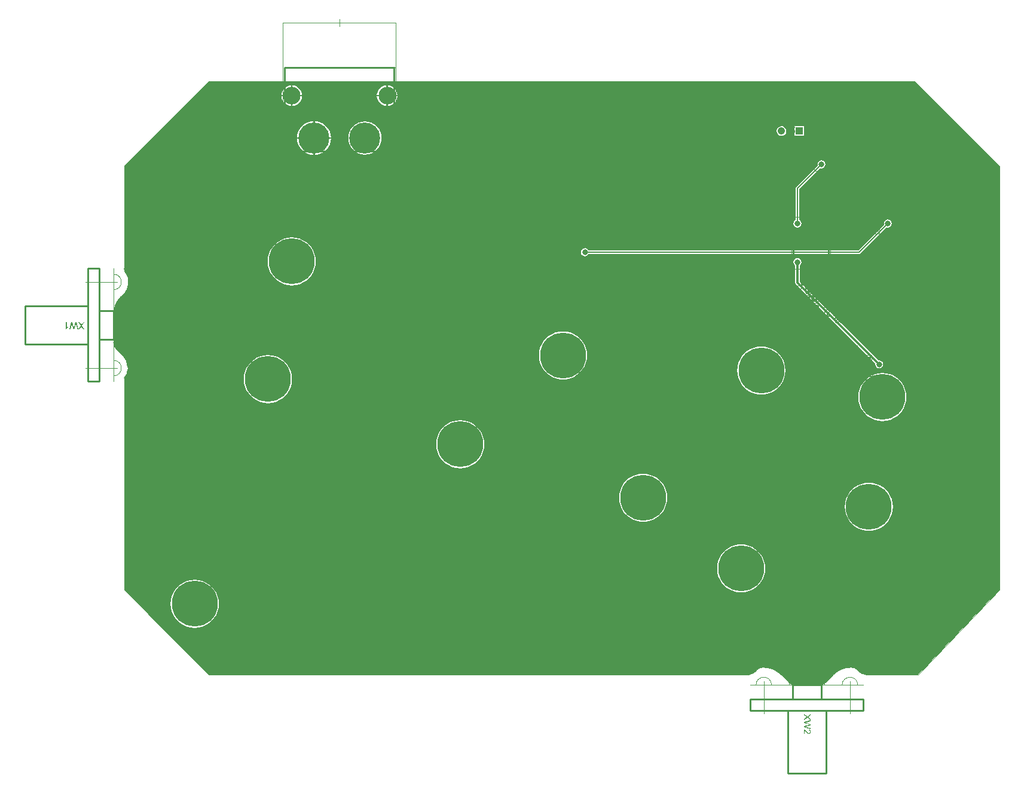
<source format=gbl>
G04*
G04 #@! TF.GenerationSoftware,Altium Limited,Altium Designer,21.4.1 (30)*
G04*
G04 Layer_Physical_Order=2*
G04 Layer_Color=16711680*
%FSAX44Y44*%
%MOMM*%
G71*
G04*
G04 #@! TF.SameCoordinates,C65EE9AA-DAF9-495F-8E32-67F2E65A80B1*
G04*
G04*
G04 #@! TF.FilePolarity,Positive*
G04*
G01*
G75*
%ADD11C,0.2500*%
%ADD13C,0.1000*%
%ADD14C,0.2000*%
%ADD16C,0.0500*%
%ADD68C,0.3000*%
%ADD69C,6.5000*%
%ADD70C,0.8000*%
%ADD71C,1.0500*%
%ADD72R,1.0500X1.0500*%
%ADD73C,2.5000*%
%ADD74C,4.4000*%
G36*
X00495297Y00699035D02*
X00498570Y00694403D01*
X00497058D01*
X00495311Y00696872D01*
Y00696886D01*
X00495283Y00696899D01*
X00495255Y00696941D01*
X00495214Y00696997D01*
X00495131Y00697135D01*
X00495006Y00697302D01*
X00494881Y00697496D01*
X00494756Y00697690D01*
X00494645Y00697870D01*
X00494548Y00698037D01*
X00494534Y00698009D01*
X00494493Y00697953D01*
X00494423Y00697842D01*
X00494326Y00697704D01*
X00494215Y00697551D01*
X00494076Y00697357D01*
X00493938Y00697163D01*
X00493771Y00696955D01*
X00491858Y00694403D01*
X00490471D01*
X00493799Y00698966D01*
X00490207Y00704000D01*
X00491774D01*
X00494201Y00700588D01*
X00494215Y00700574D01*
X00494243Y00700533D01*
X00494271Y00700477D01*
X00494326Y00700408D01*
X00494451Y00700214D01*
X00494590Y00700006D01*
X00494604Y00700020D01*
X00494645Y00700075D01*
X00494701Y00700158D01*
X00494770Y00700269D01*
X00494922Y00700491D01*
X00494992Y00700588D01*
X00495047Y00700672D01*
X00497474Y00704000D01*
X00499000D01*
X00495297Y00699035D01*
D02*
G37*
G36*
X00489958Y00694403D02*
X00488640D01*
X00487212Y00700699D01*
Y00700713D01*
X00487198Y00700741D01*
X00487184Y00700796D01*
X00487170Y00700866D01*
X00487156Y00700963D01*
X00487128Y00701060D01*
X00487101Y00701185D01*
X00487073Y00701323D01*
X00487004Y00701615D01*
X00486934Y00701947D01*
X00486865Y00702308D01*
X00486796Y00702669D01*
Y00702655D01*
X00486782Y00702599D01*
X00486754Y00702530D01*
X00486740Y00702419D01*
X00486712Y00702308D01*
X00486671Y00702169D01*
X00486601Y00701864D01*
X00486518Y00701559D01*
X00486491Y00701407D01*
X00486449Y00701268D01*
X00486421Y00701143D01*
X00486393Y00701032D01*
X00486366Y00700949D01*
X00486352Y00700893D01*
X00484535Y00694403D01*
X00482996D01*
X00481637Y00699271D01*
Y00699285D01*
X00481609Y00699354D01*
X00481581Y00699451D01*
X00481553Y00699576D01*
X00481512Y00699742D01*
X00481456Y00699923D01*
X00481401Y00700131D01*
X00481345Y00700367D01*
X00481276Y00700630D01*
X00481221Y00700893D01*
X00481096Y00701462D01*
X00480971Y00702058D01*
X00480874Y00702669D01*
Y00702655D01*
X00480860Y00702627D01*
Y00702572D01*
X00480832Y00702502D01*
X00480818Y00702419D01*
X00480791Y00702322D01*
X00480777Y00702197D01*
X00480735Y00702058D01*
X00480666Y00701753D01*
X00480583Y00701393D01*
X00480499Y00701004D01*
X00480388Y00700574D01*
X00478891Y00694403D01*
X00477601D01*
X00480236Y00704000D01*
X00481484D01*
X00483495Y00696691D01*
Y00696677D01*
X00483509Y00696650D01*
X00483523Y00696608D01*
X00483536Y00696539D01*
X00483578Y00696386D01*
X00483620Y00696206D01*
X00483675Y00696012D01*
X00483731Y00695832D01*
X00483772Y00695679D01*
X00483786Y00695610D01*
X00483800Y00695568D01*
Y00695582D01*
X00483814Y00695596D01*
X00483828Y00695679D01*
X00483856Y00695804D01*
X00483897Y00695956D01*
X00483939Y00696123D01*
X00483994Y00696317D01*
X00484036Y00696511D01*
X00484091Y00696691D01*
X00486116Y00704000D01*
X00487447D01*
X00489958Y00694403D01*
D02*
G37*
G36*
X00473634Y00696497D02*
X00473648Y00696511D01*
X00473718Y00696567D01*
X00473801Y00696650D01*
X00473940Y00696747D01*
X00474092Y00696872D01*
X00474286Y00697010D01*
X00474508Y00697163D01*
X00474758Y00697315D01*
X00474772D01*
X00474786Y00697329D01*
X00474869Y00697385D01*
X00475008Y00697454D01*
X00475174Y00697537D01*
X00475368Y00697634D01*
X00475576Y00697731D01*
X00475784Y00697829D01*
X00475992Y00697912D01*
Y00696775D01*
X00475978D01*
X00475951Y00696747D01*
X00475895Y00696733D01*
X00475826Y00696691D01*
X00475742Y00696650D01*
X00475645Y00696594D01*
X00475410Y00696456D01*
X00475132Y00696303D01*
X00474855Y00696109D01*
X00474564Y00695887D01*
X00474272Y00695651D01*
X00474259Y00695637D01*
X00474245Y00695623D01*
X00474203Y00695582D01*
X00474148Y00695540D01*
X00474023Y00695402D01*
X00473856Y00695235D01*
X00473690Y00695041D01*
X00473510Y00694819D01*
X00473357Y00694597D01*
X00473218Y00694361D01*
X00472456D01*
Y00704000D01*
X00473634D01*
Y00696497D01*
D02*
G37*
G36*
X01795000Y00925000D02*
Y00325000D01*
X01680000Y00205000D01*
X01603811D01*
X01601479Y00205464D01*
X01599282Y00206374D01*
X01597369Y00207652D01*
X01596464Y00208536D01*
X01596464Y00208536D01*
X01596464Y00208536D01*
X01593535Y00211465D01*
X01592658Y00212260D01*
X01590690Y00213575D01*
X01588504Y00214480D01*
X01586183Y00214942D01*
X01585000Y00215000D01*
X01583223Y00214956D01*
X01579686Y00214608D01*
X01576201Y00213915D01*
X01572800Y00212883D01*
X01569517Y00211523D01*
X01566383Y00209848D01*
X01563428Y00207873D01*
X01560681Y00205619D01*
X01559393Y00204393D01*
X01559393Y00204393D01*
Y00204393D01*
X01548535Y00193535D01*
X01547695Y00192695D01*
X01545718Y00191374D01*
X01543521Y00190464D01*
X01541189Y00190000D01*
X01503811D01*
X01501479Y00190464D01*
X01499282Y00191374D01*
X01497305Y00192695D01*
X01496465Y00193535D01*
X01485607Y00204393D01*
X01484319Y00205619D01*
X01481572Y00207873D01*
X01478617Y00209848D01*
X01475483Y00211523D01*
X01472200Y00212883D01*
X01468799Y00213915D01*
X01465314Y00214608D01*
X01461777Y00214956D01*
X01460000Y00215000D01*
X01458817Y00214942D01*
X01456496Y00214480D01*
X01454310Y00213575D01*
X01452391Y00212293D01*
X01452342Y00212260D01*
X01451464Y00211464D01*
X01451464Y00211464D01*
X01448536Y00208535D01*
X01447695Y00207695D01*
X01445718Y00206374D01*
X01443521Y00205464D01*
X01441189Y00205000D01*
X00675000D01*
X00555000Y00325000D01*
X00555000Y00625000D01*
X00556125Y00626241D01*
X00557984Y00629024D01*
X00559265Y00632116D01*
X00559918Y00635398D01*
X00560000Y00637071D01*
Y00640000D01*
X00559884Y00642366D01*
X00558960Y00647008D01*
X00557149Y00651380D01*
X00554520Y00655316D01*
X00552929Y00657071D01*
X00543535Y00666464D01*
X00542695Y00667305D01*
X00541374Y00669282D01*
X00540464Y00671479D01*
X00540000Y00673811D01*
Y00675000D01*
Y00715000D01*
Y00716779D01*
X00540349Y00720320D01*
X00541043Y00723810D01*
X00542076Y00727215D01*
X00543437Y00730502D01*
X00545115Y00733640D01*
X00547091Y00736598D01*
X00549349Y00739349D01*
X00550606Y00740607D01*
X00550607D01*
X00556464Y00746464D01*
X00557260Y00747342D01*
X00558575Y00749310D01*
X00559480Y00751496D01*
X00559942Y00753817D01*
X00560000Y00755000D01*
Y00767929D01*
X00559976Y00768419D01*
X00559785Y00769380D01*
X00559410Y00770286D01*
X00558865Y00771101D01*
X00558536Y00771464D01*
X00557695Y00772305D01*
X00556374Y00774282D01*
X00555464Y00776479D01*
X00555000Y00778811D01*
Y00780000D01*
Y00925000D01*
X00675000Y01045000D01*
X01675000D01*
X01795000Y00925000D01*
D02*
G37*
G36*
X01522965Y00145297D02*
X01527597Y00148570D01*
Y00147058D01*
X01525128Y00145311D01*
X01525114D01*
X01525101Y00145283D01*
X01525059Y00145255D01*
X01525004Y00145214D01*
X01524865Y00145131D01*
X01524698Y00145006D01*
X01524504Y00144881D01*
X01524310Y00144756D01*
X01524130Y00144645D01*
X01523963Y00144548D01*
X01523991Y00144534D01*
X01524047Y00144493D01*
X01524158Y00144423D01*
X01524296Y00144326D01*
X01524449Y00144215D01*
X01524643Y00144077D01*
X01524837Y00143938D01*
X01525045Y00143771D01*
X01527597Y00141858D01*
Y00140471D01*
X01523034Y00143799D01*
X01518000Y00140207D01*
Y00141774D01*
X01521412Y00144201D01*
X01521425Y00144215D01*
X01521467Y00144243D01*
X01521523Y00144271D01*
X01521592Y00144326D01*
X01521786Y00144451D01*
X01521994Y00144590D01*
X01521980Y00144604D01*
X01521925Y00144645D01*
X01521841Y00144701D01*
X01521731Y00144770D01*
X01521509Y00144923D01*
X01521412Y00144992D01*
X01521328Y00145047D01*
X01518000Y00147474D01*
Y00149000D01*
X01522965Y00145297D01*
D02*
G37*
G36*
X01527597Y00138640D02*
X01521301Y00137212D01*
X01521287D01*
X01521259Y00137198D01*
X01521204Y00137184D01*
X01521134Y00137170D01*
X01521037Y00137156D01*
X01520940Y00137128D01*
X01520815Y00137101D01*
X01520677Y00137073D01*
X01520385Y00137004D01*
X01520052Y00136934D01*
X01519692Y00136865D01*
X01519331Y00136796D01*
X01519345D01*
X01519401Y00136782D01*
X01519470Y00136754D01*
X01519581Y00136740D01*
X01519692Y00136713D01*
X01519831Y00136671D01*
X01520136Y00136601D01*
X01520441Y00136518D01*
X01520593Y00136491D01*
X01520732Y00136449D01*
X01520857Y00136421D01*
X01520968Y00136393D01*
X01521051Y00136366D01*
X01521107Y00136352D01*
X01527597Y00134535D01*
Y00132996D01*
X01522729Y00131637D01*
X01522715D01*
X01522646Y00131609D01*
X01522549Y00131581D01*
X01522424Y00131553D01*
X01522258Y00131512D01*
X01522077Y00131456D01*
X01521869Y00131401D01*
X01521633Y00131345D01*
X01521370Y00131276D01*
X01521107Y00131221D01*
X01520538Y00131096D01*
X01519942Y00130971D01*
X01519331Y00130874D01*
X01519345D01*
X01519373Y00130860D01*
X01519428D01*
X01519498Y00130832D01*
X01519581Y00130818D01*
X01519678Y00130791D01*
X01519803Y00130777D01*
X01519942Y00130735D01*
X01520247Y00130666D01*
X01520607Y00130583D01*
X01520996Y00130499D01*
X01521425Y00130388D01*
X01527597Y00128891D01*
Y00127601D01*
X01518000Y00130236D01*
Y00131484D01*
X01525309Y00133495D01*
X01525323D01*
X01525350Y00133509D01*
X01525392Y00133523D01*
X01525461Y00133537D01*
X01525614Y00133578D01*
X01525794Y00133620D01*
X01525988Y00133675D01*
X01526169Y00133731D01*
X01526321Y00133772D01*
X01526390Y00133786D01*
X01526432Y00133800D01*
X01526418D01*
X01526404Y00133814D01*
X01526321Y00133828D01*
X01526196Y00133856D01*
X01526044Y00133897D01*
X01525877Y00133939D01*
X01525683Y00133994D01*
X01525489Y00134036D01*
X01525309Y00134091D01*
X01518000Y00136116D01*
Y00137448D01*
X01527597Y00139958D01*
Y00138640D01*
D02*
G37*
G36*
X01518264Y00127046D02*
X01518388Y00127032D01*
X01518527Y00127005D01*
X01518666Y00126977D01*
X01518818Y00126921D01*
X01518832D01*
X01518846Y00126908D01*
X01518929Y00126880D01*
X01519054Y00126824D01*
X01519220Y00126741D01*
X01519415Y00126630D01*
X01519637Y00126491D01*
X01519858Y00126339D01*
X01520094Y00126145D01*
X01520108D01*
X01520122Y00126117D01*
X01520205Y00126048D01*
X01520330Y00125923D01*
X01520510Y00125743D01*
X01520718Y00125534D01*
X01520968Y00125271D01*
X01521245Y00124952D01*
X01521536Y00124605D01*
X01521550Y00124592D01*
X01521592Y00124536D01*
X01521661Y00124453D01*
X01521745Y00124356D01*
X01521855Y00124231D01*
X01521980Y00124078D01*
X01522119Y00123926D01*
X01522272Y00123745D01*
X01522604Y00123399D01*
X01522937Y00123052D01*
X01523104Y00122886D01*
X01523270Y00122733D01*
X01523423Y00122594D01*
X01523575Y00122484D01*
X01523589D01*
X01523603Y00122456D01*
X01523644Y00122428D01*
X01523700Y00122400D01*
X01523853Y00122303D01*
X01524033Y00122192D01*
X01524255Y00122095D01*
X01524490Y00121998D01*
X01524754Y00121943D01*
X01525004Y00121915D01*
X01525017D01*
X01525031D01*
X01525114Y00121929D01*
X01525253Y00121943D01*
X01525406Y00121984D01*
X01525600Y00122040D01*
X01525794Y00122137D01*
X01525988Y00122262D01*
X01526182Y00122428D01*
X01526210Y00122456D01*
X01526266Y00122525D01*
X01526335Y00122622D01*
X01526432Y00122775D01*
X01526515Y00122969D01*
X01526598Y00123191D01*
X01526654Y00123454D01*
X01526668Y00123745D01*
Y00123829D01*
X01526654Y00123884D01*
X01526640Y00124051D01*
X01526598Y00124245D01*
X01526543Y00124453D01*
X01526446Y00124689D01*
X01526321Y00124910D01*
X01526155Y00125119D01*
X01526127Y00125146D01*
X01526057Y00125202D01*
X01525947Y00125285D01*
X01525780Y00125368D01*
X01525586Y00125465D01*
X01525336Y00125548D01*
X01525059Y00125604D01*
X01524740Y00125632D01*
X01524865Y00126838D01*
X01524879D01*
X01524920Y00126824D01*
X01524990D01*
X01525087Y00126810D01*
X01525198Y00126783D01*
X01525323Y00126755D01*
X01525475Y00126713D01*
X01525628Y00126672D01*
X01525960Y00126561D01*
X01526293Y00126394D01*
X01526460Y00126297D01*
X01526626Y00126173D01*
X01526779Y00126048D01*
X01526917Y00125909D01*
X01526931Y00125895D01*
X01526945Y00125867D01*
X01526987Y00125826D01*
X01527028Y00125756D01*
X01527084Y00125673D01*
X01527139Y00125576D01*
X01527209Y00125465D01*
X01527278Y00125326D01*
X01527347Y00125174D01*
X01527417Y00125007D01*
X01527472Y00124827D01*
X01527528Y00124633D01*
X01527569Y00124425D01*
X01527611Y00124203D01*
X01527625Y00123967D01*
X01527639Y00123718D01*
Y00123579D01*
X01527625Y00123482D01*
X01527611Y00123371D01*
X01527597Y00123232D01*
X01527569Y00123080D01*
X01527541Y00122927D01*
X01527444Y00122567D01*
X01527306Y00122206D01*
X01527222Y00122026D01*
X01527125Y00121846D01*
X01527001Y00121679D01*
X01526862Y00121527D01*
X01526848Y00121513D01*
X01526834Y00121485D01*
X01526779Y00121457D01*
X01526723Y00121402D01*
X01526654Y00121332D01*
X01526557Y00121263D01*
X01526460Y00121194D01*
X01526335Y00121110D01*
X01526071Y00120972D01*
X01525739Y00120833D01*
X01525572Y00120778D01*
X01525378Y00120750D01*
X01525184Y00120722D01*
X01524976Y00120708D01*
X01524948D01*
X01524879D01*
X01524768Y00120722D01*
X01524615Y00120736D01*
X01524449Y00120764D01*
X01524255Y00120819D01*
X01524047Y00120875D01*
X01523839Y00120958D01*
X01523811Y00120972D01*
X01523741Y00121000D01*
X01523631Y00121055D01*
X01523478Y00121138D01*
X01523312Y00121249D01*
X01523104Y00121388D01*
X01522896Y00121554D01*
X01522660Y00121749D01*
X01522632Y00121776D01*
X01522549Y00121846D01*
X01522480Y00121915D01*
X01522410Y00121984D01*
X01522327Y00122067D01*
X01522216Y00122178D01*
X01522105Y00122289D01*
X01521980Y00122428D01*
X01521841Y00122567D01*
X01521689Y00122733D01*
X01521536Y00122913D01*
X01521356Y00123108D01*
X01521176Y00123329D01*
X01520982Y00123551D01*
X01520968Y00123565D01*
X01520940Y00123593D01*
X01520898Y00123648D01*
X01520843Y00123718D01*
X01520760Y00123801D01*
X01520677Y00123898D01*
X01520496Y00124120D01*
X01520288Y00124356D01*
X01520080Y00124578D01*
X01519900Y00124772D01*
X01519831Y00124855D01*
X01519761Y00124924D01*
X01519747Y00124938D01*
X01519706Y00124980D01*
X01519650Y00125035D01*
X01519567Y00125105D01*
X01519470Y00125174D01*
X01519373Y00125257D01*
X01519137Y00125424D01*
Y00120695D01*
X01518000D01*
Y00127060D01*
X01518014D01*
X01518069D01*
X01518152D01*
X01518264Y00127046D01*
D02*
G37*
%LPC*%
G36*
X00928500Y01039493D02*
Y01026000D01*
X00941993D01*
X00941627Y01028785D01*
X00940166Y01032313D01*
X00937841Y01035341D01*
X00934813Y01037666D01*
X00931285Y01039127D01*
X00928500Y01039493D01*
D02*
G37*
G36*
X00793500D02*
Y01026000D01*
X00806993D01*
X00806627Y01028785D01*
X00805166Y01032313D01*
X00802841Y01035341D01*
X00799813Y01037666D01*
X00796285Y01039127D01*
X00793500Y01039493D01*
D02*
G37*
G36*
X00926500D02*
X00923715Y01039127D01*
X00920187Y01037666D01*
X00917159Y01035341D01*
X00914834Y01032313D01*
X00913373Y01028785D01*
X00913007Y01026000D01*
X00926500D01*
Y01039493D01*
D02*
G37*
G36*
X00791500D02*
X00788715Y01039127D01*
X00785188Y01037666D01*
X00782159Y01035341D01*
X00779834Y01032313D01*
X00778373Y01028785D01*
X00778007Y01026000D01*
X00791500D01*
Y01039493D01*
D02*
G37*
G36*
X00941993Y01024000D02*
X00928500D01*
Y01010507D01*
X00931285Y01010873D01*
X00934813Y01012334D01*
X00937841Y01014659D01*
X00940166Y01017687D01*
X00941627Y01021215D01*
X00941993Y01024000D01*
D02*
G37*
G36*
X00806993D02*
X00793500D01*
Y01010507D01*
X00796285Y01010873D01*
X00799813Y01012334D01*
X00802841Y01014659D01*
X00805166Y01017687D01*
X00806627Y01021215D01*
X00806993Y01024000D01*
D02*
G37*
G36*
X00926500D02*
X00913007D01*
X00913373Y01021215D01*
X00914834Y01017687D01*
X00917159Y01014659D01*
X00920187Y01012334D01*
X00923715Y01010873D01*
X00926500Y01010507D01*
Y01024000D01*
D02*
G37*
G36*
X00791500D02*
X00778007D01*
X00778373Y01021215D01*
X00779834Y01017687D01*
X00782159Y01014659D01*
X00785188Y01012334D01*
X00788715Y01010873D01*
X00791500Y01010507D01*
Y01024000D01*
D02*
G37*
G36*
X01518150Y00981500D02*
X01504650D01*
Y00980868D01*
X01504997Y00980608D01*
Y00979221D01*
X01504650Y00979474D01*
Y00976627D01*
X01504692Y00976558D01*
X01504830Y00976281D01*
Y00976267D01*
X01504844Y00976239D01*
X01504858Y00976198D01*
X01504886Y00976142D01*
X01504914Y00976073D01*
X01504942Y00975976D01*
X01504997Y00975768D01*
X01505052Y00975504D01*
X01505108Y00975199D01*
X01505150Y00974880D01*
X01505163Y00974520D01*
Y00974339D01*
X01505150Y00974242D01*
Y00974145D01*
X01505122Y00973882D01*
X01505080Y00973590D01*
X01505011Y00973285D01*
X01504928Y00972952D01*
X01504817Y00972647D01*
Y00972634D01*
X01504803Y00972606D01*
X01504775Y00972564D01*
X01504747Y00972509D01*
X01504678Y00972370D01*
X01504650Y00972330D01*
Y00968000D01*
X01518150D01*
Y00981500D01*
D02*
G37*
G36*
X01485407Y00981532D02*
X01483671Y00981148D01*
X01482095Y00980327D01*
X01480785Y00979126D01*
X01479830Y00977627D01*
X01479295Y00975932D01*
X01479218Y00974157D01*
X01479602Y00972421D01*
X01480423Y00970845D01*
X01481624Y00969535D01*
X01483123Y00968580D01*
X01484818Y00968045D01*
X01486593Y00967968D01*
X01488329Y00968352D01*
X01489905Y00969173D01*
X01491215Y00970374D01*
X01492170Y00971873D01*
X01492705Y00973568D01*
X01492782Y00975343D01*
X01492398Y00977079D01*
X01491577Y00978655D01*
X01490376Y00979965D01*
X01488877Y00980920D01*
X01487182Y00981455D01*
X01485407Y00981532D01*
D02*
G37*
G36*
X00825000Y00989018D02*
Y00966000D01*
X00848018D01*
X00847653Y00969705D01*
X00846280Y00974229D01*
X00844052Y00978398D01*
X00841053Y00982053D01*
X00837398Y00985052D01*
X00833229Y00987280D01*
X00828705Y00988653D01*
X00825000Y00989018D01*
D02*
G37*
G36*
X00823000D02*
X00819295Y00988653D01*
X00814771Y00987280D01*
X00810602Y00985052D01*
X00806947Y00982053D01*
X00803948Y00978398D01*
X00801720Y00974229D01*
X00800347Y00969705D01*
X00799982Y00966000D01*
X00823000D01*
Y00989018D01*
D02*
G37*
G36*
X00896000Y00988614D02*
X00891393Y00988160D01*
X00886964Y00986816D01*
X00882881Y00984634D01*
X00879303Y00981697D01*
X00876366Y00978119D01*
X00874184Y00974037D01*
X00872840Y00969607D01*
X00872386Y00965000D01*
X00872840Y00960393D01*
X00874184Y00955963D01*
X00876366Y00951881D01*
X00879303Y00948303D01*
X00882881Y00945366D01*
X00886964Y00943184D01*
X00891393Y00941840D01*
X00896000Y00941386D01*
X00900607Y00941840D01*
X00905037Y00943184D01*
X00909119Y00945366D01*
X00912697Y00948303D01*
X00915634Y00951881D01*
X00917816Y00955963D01*
X00919160Y00960393D01*
X00919614Y00965000D01*
X00919160Y00969607D01*
X00917816Y00974037D01*
X00915634Y00978119D01*
X00912697Y00981697D01*
X00909119Y00984634D01*
X00905037Y00986816D01*
X00900607Y00988160D01*
X00896000Y00988614D01*
D02*
G37*
G36*
X00848018Y00964000D02*
X00825000D01*
Y00940982D01*
X00828705Y00941347D01*
X00833229Y00942720D01*
X00837398Y00944948D01*
X00841053Y00947947D01*
X00844052Y00951602D01*
X00846280Y00955771D01*
X00847653Y00960295D01*
X00848018Y00964000D01*
D02*
G37*
G36*
X00823000D02*
X00799982D01*
X00800347Y00960295D01*
X00801720Y00955771D01*
X00803948Y00951602D01*
X00806947Y00947947D01*
X00810602Y00944948D01*
X00814771Y00942720D01*
X00819295Y00941347D01*
X00823000Y00940982D01*
Y00964000D01*
D02*
G37*
G36*
X01542750Y00933358D02*
X01540604Y00932931D01*
X01538785Y00931715D01*
X01537569Y00929896D01*
X01537142Y00927750D01*
X01537475Y00926079D01*
X01506848Y00895452D01*
X01506295Y00894625D01*
X01506101Y00893650D01*
Y00848644D01*
X01504685Y00847698D01*
X01503469Y00845879D01*
X01503042Y00843733D01*
X01503469Y00841587D01*
X01504685Y00839767D01*
X01506504Y00838552D01*
X01508650Y00838125D01*
X01510796Y00838552D01*
X01512615Y00839767D01*
X01513831Y00841587D01*
X01514258Y00843733D01*
X01513831Y00845879D01*
X01512615Y00847698D01*
X01511199Y00848644D01*
Y00892594D01*
X01541079Y00922475D01*
X01542750Y00922142D01*
X01544896Y00922569D01*
X01546715Y00923785D01*
X01547931Y00925604D01*
X01548358Y00927750D01*
X01547931Y00929896D01*
X01546715Y00931715D01*
X01544896Y00932931D01*
X01542750Y00933358D01*
D02*
G37*
G36*
X01636750Y00849465D02*
X01634604Y00849038D01*
X01632785Y00847823D01*
X01631569Y00846004D01*
X01631142Y00843858D01*
X01631475Y00842187D01*
X01595087Y00805799D01*
X01212662D01*
X01211715Y00807215D01*
X01209896Y00808431D01*
X01207750Y00808858D01*
X01205604Y00808431D01*
X01203785Y00807215D01*
X01202569Y00805396D01*
X01202142Y00803250D01*
X01202569Y00801104D01*
X01203785Y00799285D01*
X01205604Y00798069D01*
X01207750Y00797642D01*
X01209896Y00798069D01*
X01211715Y00799285D01*
X01212662Y00800701D01*
X01596142D01*
X01597118Y00800895D01*
X01597945Y00801448D01*
X01635079Y00838582D01*
X01636750Y00838250D01*
X01638896Y00838677D01*
X01640715Y00839892D01*
X01641931Y00841712D01*
X01642358Y00843858D01*
X01641931Y00846004D01*
X01640715Y00847823D01*
X01638896Y00849038D01*
X01636750Y00849465D01*
D02*
G37*
G36*
X01514918Y00758141D02*
X01514920Y00758136D01*
X01515003Y00757969D01*
X01515128Y00757775D01*
X01515280Y00757553D01*
X01515475Y00757317D01*
X01515696Y00757109D01*
X01515960Y00756915D01*
X01515974D01*
X01516001Y00756901D01*
X01516043Y00756874D01*
X01516099Y00756846D01*
X01516168Y00756818D01*
X01516251Y00756777D01*
X01516305Y00756753D01*
X01514918Y00758141D01*
D02*
G37*
G36*
X00792527Y00824273D02*
X00787191Y00823853D01*
X00781988Y00822604D01*
X00777043Y00820556D01*
X00772480Y00817760D01*
X00768411Y00814284D01*
X00764935Y00810215D01*
X00762139Y00805652D01*
X00760091Y00800707D01*
X00758841Y00795503D01*
X00758422Y00790168D01*
X00758841Y00784833D01*
X00760091Y00779629D01*
X00762139Y00774685D01*
X00764935Y00770122D01*
X00768411Y00766052D01*
X00772480Y00762577D01*
X00777043Y00759780D01*
X00781988Y00757732D01*
X00787191Y00756483D01*
X00792527Y00756063D01*
X00797862Y00756483D01*
X00803066Y00757732D01*
X00808010Y00759780D01*
X00812573Y00762577D01*
X00816643Y00766052D01*
X00820118Y00770122D01*
X00822915Y00774685D01*
X00824963Y00779629D01*
X00826212Y00784833D01*
X00826632Y00790168D01*
X00826212Y00795503D01*
X00824963Y00800707D01*
X00822915Y00805652D01*
X00820118Y00810215D01*
X00816643Y00814284D01*
X00812573Y00817760D01*
X00808010Y00820556D01*
X00803066Y00822604D01*
X00797862Y00823853D01*
X00792527Y00824273D01*
D02*
G37*
G36*
X01511799Y00754585D02*
X01509822D01*
X01512836Y00751571D01*
X01512853Y00751576D01*
X01512881Y00751590D01*
X01512937Y00751617D01*
X01513020Y00751659D01*
X01513131Y00751714D01*
X01513255Y00751798D01*
X01513380Y00751895D01*
X01513505Y00752020D01*
X01513602Y00752158D01*
X01513616Y00752172D01*
X01513644Y00752228D01*
X01513685Y00752311D01*
X01513741Y00752422D01*
X01513783Y00752547D01*
X01513824Y00752685D01*
X01513852Y00752852D01*
X01513866Y00753018D01*
Y00753032D01*
Y00753046D01*
X01513852Y00753129D01*
X01513838Y00753254D01*
X01513810Y00753420D01*
X01513741Y00753587D01*
X01513658Y00753781D01*
X01513533Y00753961D01*
X01513366Y00754141D01*
X01513339Y00754155D01*
X01513269Y00754211D01*
X01513158Y00754280D01*
X01512978Y00754363D01*
X01512770Y00754446D01*
X01512493Y00754516D01*
X01512174Y00754571D01*
X01511799Y00754585D01*
D02*
G37*
G36*
X01547556Y00725503D02*
X01547533Y00725480D01*
X01547436Y00725370D01*
X01547325Y00725217D01*
X01547228Y00725023D01*
X01547131Y00724801D01*
X01547061Y00724551D01*
X01547034Y00724413D01*
Y00724191D01*
X01547048Y00724135D01*
X01547061Y00723983D01*
X01547117Y00723802D01*
X01547186Y00723581D01*
X01547311Y00723345D01*
X01547464Y00723109D01*
X01547575Y00722998D01*
X01547686Y00722887D01*
X01547699D01*
X01547713Y00722859D01*
X01547755Y00722832D01*
X01547797Y00722804D01*
X01547935Y00722707D01*
X01548129Y00722610D01*
X01548365Y00722499D01*
X01548656Y00722402D01*
X01548989Y00722346D01*
X01549350Y00722318D01*
X01549364D01*
X01549391D01*
X01549433D01*
X01549502Y00722332D01*
X01549586D01*
X01549669Y00722346D01*
X01549877Y00722388D01*
X01550113Y00722457D01*
X01550362Y00722540D01*
X01550462Y00722596D01*
X01547556Y00725503D01*
D02*
G37*
G36*
X01508650Y00794840D02*
X01506504Y00794414D01*
X01504685Y00793198D01*
X01503469Y00791379D01*
X01503042Y00789233D01*
X01503469Y00787087D01*
X01504685Y00785267D01*
X01505591Y00784662D01*
Y00760083D01*
X01505591Y00760083D01*
X01505824Y00758912D01*
X01506487Y00757920D01*
X01508754Y00755653D01*
X01511952D01*
X01512063Y00755639D01*
X01512188D01*
X01512479Y00755625D01*
X01512784Y00755584D01*
X01513117Y00755542D01*
X01513422Y00755473D01*
X01513574Y00755431D01*
X01513699Y00755390D01*
X01513713D01*
X01513727Y00755376D01*
X01513810Y00755334D01*
X01513935Y00755279D01*
X01514088Y00755182D01*
X01514254Y00755057D01*
X01514434Y00754890D01*
X01514601Y00754696D01*
X01514767Y00754474D01*
Y00754460D01*
X01514781Y00754446D01*
X01514836Y00754363D01*
X01514892Y00754225D01*
X01514975Y00754044D01*
X01515045Y00753836D01*
X01515114Y00753587D01*
X01515155Y00753323D01*
X01515169Y00753032D01*
Y00753018D01*
Y00752990D01*
Y00752935D01*
X01515155Y00752866D01*
Y00752768D01*
X01515142Y00752671D01*
X01515086Y00752436D01*
X01515003Y00752158D01*
X01514892Y00751867D01*
X01514725Y00751576D01*
X01514615Y00751437D01*
X01514504Y00751298D01*
X01514490Y00751284D01*
X01514476Y00751271D01*
X01514434Y00751229D01*
X01514379Y00751187D01*
X01514310Y00751132D01*
X01514226Y00751077D01*
X01514115Y00751007D01*
X01514004Y00750924D01*
X01513866Y00750855D01*
X01513713Y00750785D01*
X01513652Y00750755D01*
X01546345Y00718062D01*
X01546368Y00718130D01*
Y00718144D01*
X01546382Y00718158D01*
X01546424Y00718241D01*
X01546479Y00718366D01*
X01546576Y00718519D01*
X01546701Y00718685D01*
X01546867Y00718865D01*
X01547061Y00719032D01*
X01547283Y00719198D01*
X01547297D01*
X01547311Y00719212D01*
X01547394Y00719268D01*
X01547533Y00719323D01*
X01547713Y00719406D01*
X01547921Y00719475D01*
X01548171Y00719545D01*
X01548434Y00719586D01*
X01548726Y00719600D01*
X01548740D01*
X01548767D01*
X01548823D01*
X01548892Y00719586D01*
X01548989D01*
X01549086Y00719573D01*
X01549322Y00719517D01*
X01549599Y00719434D01*
X01549891Y00719323D01*
X01550182Y00719156D01*
X01550321Y00719046D01*
X01550459Y00718935D01*
X01550473Y00718921D01*
X01550487Y00718907D01*
X01550529Y00718865D01*
X01550570Y00718810D01*
X01550626Y00718740D01*
X01550681Y00718657D01*
X01550750Y00718546D01*
X01550834Y00718435D01*
X01550903Y00718297D01*
X01550972Y00718144D01*
X01551056Y00717978D01*
X01551125Y00717797D01*
X01551181Y00717589D01*
X01551250Y00717381D01*
X01551291Y00717146D01*
X01551333Y00716896D01*
X01551347Y00716924D01*
X01551375Y00716979D01*
X01551430Y00717062D01*
X01551486Y00717173D01*
X01551638Y00717423D01*
X01551735Y00717548D01*
X01551818Y00717659D01*
X01551846Y00717686D01*
X01551915Y00717756D01*
X01552026Y00717867D01*
X01552165Y00718006D01*
X01552359Y00718158D01*
X01552567Y00718338D01*
X01552817Y00718519D01*
X01553094Y00718713D01*
X01553861Y00719198D01*
X01551327Y00721732D01*
X01551236Y00721667D01*
X01551111Y00721597D01*
X01550972Y00721528D01*
X01550820Y00721445D01*
X01550654Y00721376D01*
X01550459Y00721306D01*
X01550265Y00721237D01*
X01550043Y00721181D01*
X01549807Y00721154D01*
X01549572Y00721126D01*
X01549308Y00721112D01*
X01549294D01*
X01549239D01*
X01549169D01*
X01549073Y00721126D01*
X01548948Y00721140D01*
X01548795Y00721154D01*
X01548642Y00721181D01*
X01548462Y00721223D01*
X01548102Y00721320D01*
X01547908Y00721389D01*
X01547699Y00721473D01*
X01547505Y00721570D01*
X01547325Y00721694D01*
X01547131Y00721819D01*
X01546965Y00721972D01*
X01546951Y00721986D01*
X01546923Y00722013D01*
X01546881Y00722055D01*
X01546826Y00722124D01*
X01546756Y00722208D01*
X01546673Y00722318D01*
X01546604Y00722430D01*
X01546507Y00722568D01*
X01546424Y00722707D01*
X01546354Y00722873D01*
X01546202Y00723248D01*
X01546146Y00723442D01*
X01546105Y00723664D01*
X01546077Y00723886D01*
X01546063Y00724121D01*
Y00724219D01*
X01546077Y00724288D01*
Y00724357D01*
X01546091Y00724454D01*
X01546132Y00724690D01*
X01546188Y00724954D01*
X01546285Y00725245D01*
X01546410Y00725536D01*
X01546576Y00725827D01*
Y00725841D01*
X01546604Y00725855D01*
X01546632Y00725897D01*
X01546673Y00725952D01*
X01546784Y00726091D01*
X01546868Y00726190D01*
X01521119Y00751940D01*
Y00746056D01*
X01519940D01*
Y00753119D01*
X01519702Y00753356D01*
X01519635Y00753309D01*
X01519482Y00753185D01*
X01519288Y00753046D01*
X01519066Y00752893D01*
X01518817Y00752741D01*
X01518803D01*
X01518789Y00752727D01*
X01518706Y00752671D01*
X01518567Y00752602D01*
X01518401Y00752519D01*
X01518206Y00752422D01*
X01517999Y00752325D01*
X01517790Y00752228D01*
X01517582Y00752144D01*
Y00753282D01*
X01517596D01*
X01517624Y00753309D01*
X01517679Y00753323D01*
X01517749Y00753365D01*
X01517832Y00753406D01*
X01517929Y00753462D01*
X01518165Y00753601D01*
X01518442Y00753753D01*
X01518720Y00753947D01*
X01518942Y00754117D01*
X01517669Y00755390D01*
X01517555D01*
X01517444Y00755404D01*
X01517319D01*
X01517166Y00755417D01*
X01517000Y00755445D01*
X01516806Y00755473D01*
X01516404Y00755542D01*
X01515988Y00755653D01*
X01515572Y00755806D01*
X01515377Y00755903D01*
X01515183Y00756014D01*
X01515169Y00756028D01*
X01515142Y00756041D01*
X01515086Y00756083D01*
X01515031Y00756139D01*
X01514948Y00756194D01*
X01514850Y00756277D01*
X01514740Y00756374D01*
X01514628Y00756485D01*
X01514518Y00756610D01*
X01514393Y00756735D01*
X01514143Y00757054D01*
X01513907Y00757428D01*
X01513699Y00757844D01*
Y00757858D01*
X01513672Y00757900D01*
X01513658Y00757969D01*
X01513616Y00758052D01*
X01513588Y00758163D01*
X01513547Y00758302D01*
X01513491Y00758455D01*
X01513450Y00758621D01*
X01513408Y00758801D01*
X01513353Y00759009D01*
X01513283Y00759439D01*
X01513240Y00759819D01*
X01511709Y00761350D01*
Y00784662D01*
X01512615Y00785267D01*
X01513831Y00787087D01*
X01514258Y00789233D01*
X01513831Y00791379D01*
X01512615Y00793198D01*
X01510796Y00794414D01*
X01508650Y00794840D01*
D02*
G37*
G36*
X01548740Y00718297D02*
X01548726D01*
X01548712D01*
X01548629Y00718283D01*
X01548504Y00718269D01*
X01548337Y00718241D01*
X01548171Y00718172D01*
X01547977Y00718089D01*
X01547797Y00717964D01*
X01547616Y00717797D01*
X01547602Y00717770D01*
X01547547Y00717700D01*
X01547478Y00717589D01*
X01547394Y00717409D01*
X01547311Y00717201D01*
X01547290Y00717117D01*
X01550348Y00714059D01*
Y00716064D01*
X01550334Y00716230D01*
X01550321Y00716424D01*
X01550307Y00716646D01*
X01550279Y00716868D01*
X01550237Y00717090D01*
X01550182Y00717284D01*
X01550168Y00717312D01*
X01550140Y00717367D01*
X01550099Y00717451D01*
X01550043Y00717562D01*
X01549960Y00717686D01*
X01549863Y00717811D01*
X01549738Y00717936D01*
X01549599Y00718033D01*
X01549586Y00718047D01*
X01549530Y00718075D01*
X01549447Y00718116D01*
X01549336Y00718172D01*
X01549211Y00718214D01*
X01549073Y00718255D01*
X01548906Y00718283D01*
X01548740Y00718297D01*
D02*
G37*
G36*
X01554828Y00718230D02*
X01553705Y00717520D01*
X01553691D01*
X01553663Y00717492D01*
X01553621Y00717465D01*
X01553566Y00717423D01*
X01553413Y00717326D01*
X01553219Y00717201D01*
X01553011Y00717049D01*
X01552789Y00716896D01*
X01552581Y00716743D01*
X01552387Y00716605D01*
X01552373Y00716591D01*
X01552318Y00716549D01*
X01552234Y00716480D01*
X01552137Y00716383D01*
X01551929Y00716175D01*
X01551832Y00716064D01*
X01551749Y00715953D01*
X01551735Y00715939D01*
X01551721Y00715911D01*
X01551694Y00715856D01*
X01551652Y00715773D01*
X01551610Y00715689D01*
X01551569Y00715592D01*
X01551499Y00715370D01*
Y00715357D01*
X01551486Y00715329D01*
Y00715273D01*
X01551472Y00715204D01*
X01551458Y00715107D01*
Y00714996D01*
X01551444Y00714844D01*
Y00713207D01*
X01555702D01*
Y00711931D01*
X01552476D01*
X01593324Y00671083D01*
X01594346D01*
Y00670061D01*
X01619105Y00645302D01*
X01618892Y00644233D01*
X01619319Y00642087D01*
X01620535Y00640267D01*
X01622354Y00639052D01*
X01624500Y00638625D01*
X01626646Y00639052D01*
X01628465Y00640267D01*
X01629681Y00642087D01*
X01630108Y00644233D01*
X01629681Y00646379D01*
X01628465Y00648198D01*
X01626646Y00649414D01*
X01624500Y00649840D01*
X01623431Y00649628D01*
X01570333Y00702726D01*
X01570184Y00702806D01*
X01570018Y00702931D01*
X01569865Y00703069D01*
X01569851Y00703083D01*
X01569824Y00703097D01*
X01569796Y00703152D01*
X01569740Y00703208D01*
X01569671Y00703277D01*
X01569602Y00703374D01*
X01569532Y00703471D01*
X01569449Y00703596D01*
X01569435Y00703624D01*
X01562975Y00710083D01*
X01562903Y00709948D01*
X01562820Y00709712D01*
X01562751Y00709435D01*
X01562723Y00709130D01*
Y00709116D01*
Y00709088D01*
Y00709046D01*
X01562737Y00708991D01*
X01562751Y00708839D01*
X01562792Y00708658D01*
X01562848Y00708436D01*
X01562945Y00708214D01*
X01563084Y00707992D01*
X01563264Y00707785D01*
X01563292Y00707757D01*
X01563361Y00707701D01*
X01563472Y00707618D01*
X01563625Y00707521D01*
X01563819Y00707424D01*
X01564055Y00707341D01*
X01564318Y00707285D01*
X01564609Y00707258D01*
X01564734D01*
X01564831Y00707271D01*
X01564956Y00707285D01*
X01565095Y00707313D01*
X01565261Y00707341D01*
X01565441Y00707382D01*
X01565303Y00706342D01*
X01565233D01*
X01565178Y00706356D01*
X01564998D01*
X01564845Y00706328D01*
X01564665Y00706301D01*
X01564457Y00706259D01*
X01564221Y00706190D01*
X01563999Y00706093D01*
X01563763Y00705968D01*
X01563749D01*
X01563736Y00705954D01*
X01563666Y00705898D01*
X01563569Y00705801D01*
X01563458Y00705676D01*
X01563347Y00705496D01*
X01563250Y00705288D01*
X01563181Y00705052D01*
X01563153Y00704914D01*
Y00704761D01*
Y00704747D01*
Y00704733D01*
Y00704650D01*
X01563181Y00704539D01*
X01563208Y00704387D01*
X01563264Y00704220D01*
X01563333Y00704040D01*
X01563444Y00703860D01*
X01563597Y00703693D01*
X01563611Y00703679D01*
X01563680Y00703624D01*
X01563777Y00703555D01*
X01563902Y00703471D01*
X01564068Y00703402D01*
X01564263Y00703333D01*
X01564484Y00703277D01*
X01564734Y00703263D01*
X01564845D01*
X01564970Y00703291D01*
X01565136Y00703319D01*
X01565316Y00703374D01*
X01565497Y00703444D01*
X01565691Y00703555D01*
X01565871Y00703693D01*
X01565885Y00703707D01*
X01565941Y00703776D01*
X01566024Y00703874D01*
X01566121Y00704012D01*
X01566218Y00704193D01*
X01566315Y00704415D01*
X01566398Y00704678D01*
X01566454Y00704983D01*
X01567632Y00704775D01*
Y00704761D01*
X01567619Y00704720D01*
X01567605Y00704664D01*
X01567591Y00704581D01*
X01567563Y00704484D01*
X01567522Y00704373D01*
X01567438Y00704109D01*
X01567300Y00703804D01*
X01567133Y00703499D01*
X01566925Y00703208D01*
X01566662Y00702944D01*
X01566648Y00702931D01*
X01566620Y00702917D01*
X01566579Y00702889D01*
X01566523Y00702847D01*
X01566454Y00702792D01*
X01566357Y00702736D01*
X01566259Y00702681D01*
X01566135Y00702612D01*
X01565857Y00702501D01*
X01565538Y00702390D01*
X01565164Y00702320D01*
X01564970Y00702293D01*
X01564623D01*
X01564471Y00702307D01*
X01564290Y00702334D01*
X01564068Y00702376D01*
X01563819Y00702445D01*
X01563569Y00702528D01*
X01563319Y00702639D01*
X01563306D01*
X01563292Y00702653D01*
X01563208Y00702695D01*
X01563084Y00702778D01*
X01562945Y00702875D01*
X01562779Y00703014D01*
X01562612Y00703166D01*
X01562446Y00703347D01*
X01562307Y00703555D01*
X01562293Y00703582D01*
X01562252Y00703652D01*
X01562196Y00703776D01*
X01562127Y00703929D01*
X01562057Y00704109D01*
X01562002Y00704317D01*
X01561960Y00704553D01*
X01561947Y00704789D01*
Y00704817D01*
Y00704900D01*
X01561960Y00705011D01*
X01561988Y00705163D01*
X01562030Y00705344D01*
X01562099Y00705538D01*
X01562182Y00705732D01*
X01562293Y00705926D01*
X01562307Y00705954D01*
X01562349Y00706009D01*
X01562432Y00706106D01*
X01562543Y00706217D01*
X01562681Y00706342D01*
X01562848Y00706481D01*
X01563042Y00706606D01*
X01563278Y00706730D01*
X01563264D01*
X01563236Y00706744D01*
X01563195Y00706758D01*
X01563139Y00706772D01*
X01562987Y00706828D01*
X01562792Y00706911D01*
X01562570Y00707022D01*
X01562349Y00707160D01*
X01562141Y00707341D01*
X01561947Y00707549D01*
X01561933Y00707577D01*
X01561877Y00707660D01*
X01561794Y00707798D01*
X01561711Y00707979D01*
X01561628Y00708201D01*
X01561544Y00708464D01*
X01561489Y00708769D01*
X01561475Y00709102D01*
Y00709116D01*
Y00709157D01*
Y00709227D01*
X01561489Y00709310D01*
X01561503Y00709421D01*
X01561530Y00709546D01*
X01561558Y00709685D01*
X01561586Y00709837D01*
X01561697Y00710170D01*
X01561780Y00710350D01*
X01561863Y00710517D01*
X01561974Y00710697D01*
X01562099Y00710877D01*
X01562135Y00710924D01*
X01554828Y00718230D01*
D02*
G37*
G36*
X01614123Y00628687D02*
X01613517Y00628435D01*
X01612323Y00627704D01*
X01614123D01*
Y00628687D01*
D02*
G37*
G36*
X01629000Y00632153D02*
X01623665Y00631733D01*
X01618461Y00630483D01*
X01615399Y00629215D01*
Y00626636D01*
X01610947D01*
X01610836Y00626650D01*
X01610711D01*
X01610610Y00626654D01*
X01608954Y00625639D01*
X01604884Y00622163D01*
X01601408Y00618094D01*
X01598612Y00613531D01*
X01596564Y00608587D01*
X01595315Y00603383D01*
X01594895Y00598047D01*
X01595315Y00592712D01*
X01596564Y00587508D01*
X01598612Y00582564D01*
X01601408Y00578001D01*
X01604884Y00573932D01*
X01608954Y00570456D01*
X01613517Y00567660D01*
X01618461Y00565612D01*
X01623665Y00564362D01*
X01629000Y00563942D01*
X01634335Y00564362D01*
X01639539Y00565612D01*
X01644483Y00567660D01*
X01649046Y00570456D01*
X01653116Y00573932D01*
X01656592Y00578001D01*
X01659388Y00582564D01*
X01661436Y00587508D01*
X01662685Y00592712D01*
X01663105Y00598047D01*
X01662685Y00603383D01*
X01661436Y00608587D01*
X01659388Y00613531D01*
X01656592Y00618094D01*
X01653116Y00622163D01*
X01649046Y00625639D01*
X01644483Y00628435D01*
X01639539Y00630483D01*
X01634335Y00631733D01*
X01629000Y00632153D01*
D02*
G37*
G36*
X01176595Y00691015D02*
X01171260Y00690595D01*
X01166056Y00689346D01*
X01161112Y00687298D01*
X01156549Y00684501D01*
X01152479Y00681026D01*
X01149004Y00676956D01*
X01146207Y00672393D01*
X01144159Y00667449D01*
X01142910Y00662245D01*
X01142490Y00656910D01*
X01142910Y00651575D01*
X01144159Y00646371D01*
X01146207Y00641426D01*
X01149004Y00636863D01*
X01152479Y00632794D01*
X01156549Y00629318D01*
X01161112Y00626522D01*
X01166056Y00624474D01*
X01171260Y00623225D01*
X01176595Y00622805D01*
X01181930Y00623225D01*
X01187134Y00624474D01*
X01192079Y00626522D01*
X01196642Y00629318D01*
X01200711Y00632794D01*
X01204187Y00636863D01*
X01206983Y00641426D01*
X01209031Y00646371D01*
X01210280Y00651575D01*
X01210700Y00656910D01*
X01210280Y00662245D01*
X01209031Y00667449D01*
X01206983Y00672393D01*
X01204187Y00676956D01*
X01200711Y00681026D01*
X01196642Y00684501D01*
X01192079Y00687298D01*
X01187134Y00689346D01*
X01181930Y00690595D01*
X01176595Y00691015D01*
D02*
G37*
G36*
X01457572Y00669760D02*
X01452236Y00669340D01*
X01447033Y00668091D01*
X01442088Y00666043D01*
X01437525Y00663247D01*
X01433456Y00659771D01*
X01429980Y00655702D01*
X01427184Y00651138D01*
X01425136Y00646194D01*
X01423887Y00640990D01*
X01423467Y00635655D01*
X01423887Y00630320D01*
X01425136Y00625116D01*
X01427184Y00620172D01*
X01429980Y00615608D01*
X01433456Y00611539D01*
X01437525Y00608063D01*
X01442088Y00605267D01*
X01447033Y00603219D01*
X01452236Y00601970D01*
X01457572Y00601550D01*
X01462907Y00601970D01*
X01468111Y00603219D01*
X01473055Y00605267D01*
X01477618Y00608063D01*
X01481688Y00611539D01*
X01485163Y00615608D01*
X01487960Y00620172D01*
X01490008Y00625116D01*
X01491257Y00630320D01*
X01491677Y00635655D01*
X01491257Y00640990D01*
X01490008Y00646194D01*
X01487960Y00651138D01*
X01485163Y00655702D01*
X01481688Y00659771D01*
X01477618Y00663247D01*
X01473055Y00666043D01*
X01468111Y00668091D01*
X01462907Y00669340D01*
X01457572Y00669760D01*
D02*
G37*
G36*
X00758680Y00657533D02*
X00753345Y00657113D01*
X00748141Y00655864D01*
X00743196Y00653816D01*
X00738633Y00651019D01*
X00734564Y00647544D01*
X00731088Y00643474D01*
X00728292Y00638911D01*
X00726244Y00633967D01*
X00724995Y00628763D01*
X00724575Y00623428D01*
X00724995Y00618092D01*
X00726244Y00612889D01*
X00728292Y00607944D01*
X00731088Y00603381D01*
X00734564Y00599312D01*
X00738633Y00595836D01*
X00743196Y00593040D01*
X00748141Y00590992D01*
X00753345Y00589743D01*
X00758680Y00589323D01*
X00764015Y00589743D01*
X00769219Y00590992D01*
X00774163Y00593040D01*
X00778726Y00595836D01*
X00782796Y00599312D01*
X00786272Y00603381D01*
X00789068Y00607944D01*
X00791116Y00612889D01*
X00792365Y00618092D01*
X00792785Y00623428D01*
X00792365Y00628763D01*
X00791116Y00633967D01*
X00789068Y00638911D01*
X00786272Y00643474D01*
X00782796Y00647544D01*
X00778726Y00651019D01*
X00774163Y00653816D01*
X00769219Y00655864D01*
X00764015Y00657113D01*
X00758680Y00657533D01*
D02*
G37*
G36*
X01031079Y00565288D02*
X01025744Y00564868D01*
X01020540Y00563619D01*
X01015596Y00561571D01*
X01011032Y00558774D01*
X01006963Y00555299D01*
X01003487Y00551229D01*
X01000691Y00546666D01*
X00998643Y00541722D01*
X00997394Y00536518D01*
X00996974Y00531183D01*
X00997394Y00525848D01*
X00998643Y00520644D01*
X01000691Y00515700D01*
X01003487Y00511136D01*
X01006963Y00507067D01*
X01011032Y00503591D01*
X01015596Y00500795D01*
X01020540Y00498747D01*
X01025744Y00497498D01*
X01031079Y00497078D01*
X01036414Y00497498D01*
X01041618Y00498747D01*
X01046562Y00500795D01*
X01051125Y00503591D01*
X01055195Y00507067D01*
X01058671Y00511136D01*
X01061467Y00515700D01*
X01063515Y00520644D01*
X01064764Y00525848D01*
X01065184Y00531183D01*
X01064764Y00536518D01*
X01063515Y00541722D01*
X01061467Y00546666D01*
X01058671Y00551229D01*
X01055195Y00555299D01*
X01051125Y00558774D01*
X01046562Y00561571D01*
X01041618Y00563619D01*
X01036414Y00564868D01*
X01031079Y00565288D01*
D02*
G37*
G36*
X01290154Y00489465D02*
X01284819Y00489045D01*
X01279615Y00487796D01*
X01274671Y00485747D01*
X01270107Y00482951D01*
X01266038Y00479476D01*
X01262562Y00475406D01*
X01259766Y00470843D01*
X01257718Y00465899D01*
X01256469Y00460695D01*
X01256049Y00455360D01*
X01256469Y00450024D01*
X01257718Y00444821D01*
X01259766Y00439876D01*
X01262562Y00435313D01*
X01266038Y00431244D01*
X01270107Y00427768D01*
X01274671Y00424972D01*
X01279615Y00422924D01*
X01284819Y00421674D01*
X01290154Y00421255D01*
X01295489Y00421674D01*
X01300693Y00422924D01*
X01305637Y00424972D01*
X01310201Y00427768D01*
X01314270Y00431244D01*
X01317746Y00435313D01*
X01320542Y00439876D01*
X01322590Y00444821D01*
X01323839Y00450024D01*
X01324259Y00455360D01*
X01323839Y00460695D01*
X01322590Y00465899D01*
X01320542Y00470843D01*
X01317746Y00475406D01*
X01314270Y00479476D01*
X01310201Y00482951D01*
X01305637Y00485747D01*
X01300693Y00487796D01*
X01295489Y00489045D01*
X01290154Y00489465D01*
D02*
G37*
G36*
X01609825Y00476703D02*
X01604490Y00476283D01*
X01599286Y00475034D01*
X01594341Y00472986D01*
X01589778Y00470190D01*
X01585709Y00466714D01*
X01582233Y00462645D01*
X01579437Y00458082D01*
X01577389Y00453137D01*
X01576140Y00447933D01*
X01575720Y00442598D01*
X01576140Y00437263D01*
X01577389Y00432059D01*
X01579437Y00427115D01*
X01582233Y00422552D01*
X01585709Y00418482D01*
X01589778Y00415006D01*
X01594341Y00412210D01*
X01599286Y00410162D01*
X01604490Y00408913D01*
X01609825Y00408493D01*
X01615160Y00408913D01*
X01620364Y00410162D01*
X01625308Y00412210D01*
X01629871Y00415006D01*
X01633941Y00418482D01*
X01637417Y00422552D01*
X01640213Y00427115D01*
X01642261Y00432059D01*
X01643510Y00437263D01*
X01643930Y00442598D01*
X01643510Y00447933D01*
X01642261Y00453137D01*
X01640213Y00458082D01*
X01637417Y00462645D01*
X01633941Y00466714D01*
X01629871Y00470190D01*
X01625308Y00472986D01*
X01620364Y00475034D01*
X01615160Y00476283D01*
X01609825Y00476703D01*
D02*
G37*
G36*
X01428897Y00389344D02*
X01423562Y00388924D01*
X01418358Y00387675D01*
X01413414Y00385627D01*
X01408851Y00382831D01*
X01404781Y00379355D01*
X01401306Y00375286D01*
X01398510Y00370723D01*
X01396461Y00365778D01*
X01395212Y00360574D01*
X01394792Y00355239D01*
X01395212Y00349904D01*
X01396461Y00344700D01*
X01398510Y00339756D01*
X01401306Y00335193D01*
X01404781Y00331123D01*
X01408851Y00327648D01*
X01413414Y00324851D01*
X01418358Y00322803D01*
X01423562Y00321554D01*
X01428897Y00321134D01*
X01434233Y00321554D01*
X01439436Y00322803D01*
X01444381Y00324851D01*
X01448944Y00327648D01*
X01453013Y00331123D01*
X01456489Y00335193D01*
X01459285Y00339756D01*
X01461333Y00344700D01*
X01462583Y00349904D01*
X01463002Y00355239D01*
X01462583Y00360574D01*
X01461333Y00365778D01*
X01459285Y00370723D01*
X01456489Y00375286D01*
X01453013Y00379355D01*
X01448944Y00382831D01*
X01444381Y00385627D01*
X01439436Y00387675D01*
X01434233Y00388924D01*
X01428897Y00389344D01*
D02*
G37*
G36*
X00655000Y00339105D02*
X00649665Y00338685D01*
X00644461Y00337436D01*
X00639517Y00335388D01*
X00634953Y00332592D01*
X00630884Y00329116D01*
X00627408Y00325047D01*
X00624612Y00320483D01*
X00622564Y00315539D01*
X00621315Y00310335D01*
X00620895Y00305000D01*
X00621315Y00299665D01*
X00622564Y00294461D01*
X00624612Y00289517D01*
X00627408Y00284953D01*
X00630884Y00280884D01*
X00634953Y00277408D01*
X00639517Y00274612D01*
X00644461Y00272564D01*
X00649665Y00271315D01*
X00655000Y00270895D01*
X00660335Y00271315D01*
X00665539Y00272564D01*
X00670483Y00274612D01*
X00675046Y00277408D01*
X00679116Y00280884D01*
X00682592Y00284953D01*
X00685388Y00289517D01*
X00687436Y00294461D01*
X00688685Y00299665D01*
X00689105Y00305000D01*
X00688685Y00310335D01*
X00687436Y00315539D01*
X00685388Y00320483D01*
X00682592Y00325047D01*
X00679116Y00329116D01*
X00675046Y00332592D01*
X00670483Y00335388D01*
X00665539Y00337436D01*
X00660335Y00338685D01*
X00655000Y00339105D01*
D02*
G37*
%LPD*%
D11*
X00920000Y00946500D02*
G03*
X00937500Y00988749I-00042249J00042249D01*
G01*
X00782500Y00988749D02*
G03*
X00800000Y00946500I00059749J00000000D01*
G01*
X01550700Y00826483D02*
G03*
X01550700Y00826483I-00005000J00000000D01*
G01*
X01539517Y00658983D02*
G03*
X01539517Y00658983I-00001768J00000000D01*
G01*
X01375000Y00544483D02*
G03*
X01375000Y00544483I-00003000J00000000D01*
G01*
X00734000Y00705483D02*
G03*
X00734000Y00705483I-00003000J00000000D01*
G01*
X01175750Y00872233D02*
G03*
X01175750Y00872233I-00003000J00000000D01*
G01*
X00995500D02*
G03*
X00995500Y00872233I-00003000J00000000D01*
G01*
X01090500D02*
G03*
X01090500Y00872233I-00003000J00000000D01*
G01*
X01515500Y00190000D02*
Y00220000D01*
X01528500D01*
Y00190000D02*
Y00220000D01*
X01495000Y00065000D02*
Y00154000D01*
Y00065000D02*
X01549000D01*
Y00154000D01*
X01501500Y00170000D02*
Y00190000D01*
X01542500D01*
Y00170000D02*
Y00190000D01*
X01442000Y00154000D02*
Y00170000D01*
X01602000D01*
Y00154000D02*
Y00170000D01*
X01442000Y00154000D02*
X01602000D01*
X00540000Y00706500D02*
X00570000D01*
Y00693500D02*
Y00706500D01*
X00540000Y00693500D02*
X00570000D01*
X00415000Y00727000D02*
X00504000D01*
X00415000Y00673000D02*
Y00727000D01*
Y00673000D02*
X00504000D01*
X00520000Y00720500D02*
X00540000D01*
Y00679500D02*
Y00720500D01*
X00520000Y00679500D02*
X00540000D01*
X00504000Y00780000D02*
X00520000D01*
Y00620000D02*
Y00780000D01*
X00504000Y00620000D02*
X00520000D01*
X00504000D02*
Y00780000D01*
X01473700Y00959750D02*
Y00989750D01*
Y00959750D02*
X01523700D01*
Y00979750D01*
X01513700Y00989750D02*
X01523700Y00979750D01*
X01473700Y00989750D02*
X01513700D01*
X00895000Y00946500D02*
X00920000D01*
X00800000D02*
X00895000D01*
X00782500Y00988749D02*
Y01065000D01*
X00782934D02*
X00937703D01*
X00937500Y00988749D02*
Y01065000D01*
X01595500Y00944500D02*
Y01005500D01*
X01534500Y00944500D02*
Y01005500D01*
X01595500D01*
X01534500Y00944500D02*
X01595500D01*
X01478925Y00758358D02*
Y00763358D01*
X01468925Y00758358D02*
X01478925D01*
X01468925D02*
Y00763358D01*
X01478925D01*
X01597850Y00841133D02*
Y00846133D01*
X01607850D01*
Y00841133D02*
Y00846133D01*
X01597850Y00841133D02*
X01607850D01*
X01524500Y00735556D02*
Y00740556D01*
X01534500D01*
Y00735556D02*
Y00740556D01*
X01524500Y00735556D02*
X01534500D01*
X01531600Y00717656D02*
X01536600D01*
X01531600D02*
Y00727656D01*
X01536600D01*
Y00717656D02*
Y00727656D01*
X01561202Y00728931D02*
X01566202D01*
X01561202D02*
Y00738931D01*
X01566202D01*
Y00728931D02*
Y00738931D01*
X01574249Y00654083D02*
X01579249D01*
Y00644083D02*
Y00654083D01*
X01574249Y00644083D02*
X01579249D01*
X01574249D02*
Y00654083D01*
X01598399Y00641733D02*
Y00646733D01*
X01588399Y00641733D02*
X01598399D01*
X01588399D02*
Y00646733D01*
X01598399D01*
X01606249Y00653833D02*
X01611249D01*
Y00643833D02*
Y00653833D01*
X01606249Y00643833D02*
X01611249D01*
X01606249D02*
Y00653833D01*
X01365150Y00659733D02*
Y00664733D01*
X01355150Y00659733D02*
X01365150D01*
X01355150D02*
Y00664733D01*
X01365150D01*
X01362500Y00691183D02*
X01367500D01*
Y00681183D02*
Y00691183D01*
X01362500Y00681183D02*
X01367500D01*
X01362500D02*
Y00691183D01*
X00723500Y00812233D02*
Y00817233D01*
X00713500Y00812233D02*
X00723500D01*
X00713500D02*
Y00817233D01*
X00723500D01*
X00722500Y00845683D02*
X00727500D01*
Y00835683D02*
Y00845683D01*
X00722500Y00835683D02*
X00727500D01*
X00722500D02*
Y00845683D01*
X01612001Y00550250D02*
X01628001D01*
X01612001Y00542250D02*
Y00550250D01*
Y00542250D02*
X01628001D01*
Y00550250D01*
X01502700Y00836483D02*
X01552700D01*
X01502700Y00796483D02*
X01552700D01*
Y00836483D01*
X01502700Y00796483D02*
Y00836483D01*
X01521749Y00664233D02*
X01542749D01*
X01521749Y00643233D02*
X01542749D01*
Y00664233D01*
X01521749Y00643233D02*
Y00664233D01*
X01342000Y00551483D02*
X01378000D01*
X01342000Y00525483D02*
X01378000D01*
Y00551483D01*
X01342000Y00525483D02*
Y00551483D01*
X00701000Y00712483D02*
X00737000D01*
X00701000Y00686483D02*
X00737000D01*
Y00712483D01*
X00701000Y00686483D02*
Y00712483D01*
X01163250Y00862733D02*
Y00901733D01*
X01212250D01*
Y00862733D02*
Y00901733D01*
X01163250Y00862733D02*
X01212250D01*
X00983000D02*
Y00901733D01*
X01032000D01*
Y00862733D02*
Y00901733D01*
X00983000Y00862733D02*
X01032000D01*
X01078000D02*
Y00901733D01*
X01127000D01*
Y00862733D02*
Y00901733D01*
X01078000Y00862733D02*
X01127000D01*
X01456625Y00751008D02*
X01461625D01*
X01456625D02*
Y00761008D01*
X01461625D01*
Y00751008D02*
Y00761008D01*
X01486375Y00750758D02*
X01491375D01*
X01486375D02*
Y00760758D01*
X01491375D01*
Y00750758D02*
Y00760758D01*
X01585500Y00833883D02*
X01590500D01*
X01585500D02*
Y00843883D01*
X01590500D01*
Y00833883D02*
Y00843883D01*
X01617500Y00833883D02*
X01622500D01*
X01617500D02*
Y00843883D01*
X01622500D01*
Y00833883D02*
Y00843883D01*
X01524200Y00747056D02*
Y00752056D01*
X01534200D01*
Y00747056D02*
Y00752056D01*
X01524200Y00747056D02*
X01534200D01*
X01553852Y00746431D02*
Y00751431D01*
X01563852D01*
Y00746431D02*
Y00751431D01*
X01553852Y00746431D02*
X01563852D01*
X01524500Y00704806D02*
Y00709806D01*
X01534500D01*
Y00704806D02*
Y00709806D01*
X01524500Y00704806D02*
X01534500D01*
X01573802Y00715431D02*
Y00720431D01*
X01563802Y00715431D02*
X01573802D01*
X01563802D02*
Y00720431D01*
X01573802D01*
X01560249Y00654333D02*
X01565249D01*
Y00644333D02*
Y00654333D01*
X01560249Y00644333D02*
X01565249D01*
X01560249D02*
Y00654333D01*
X01333600Y00640533D02*
X01354600D01*
X01333600Y00626933D02*
Y00640533D01*
Y00626933D02*
X01354600D01*
Y00640533D01*
X01338000Y00608733D02*
X01354000D01*
X01338000Y00600733D02*
Y00608733D01*
Y00600733D02*
X01354000D01*
Y00608733D01*
X01355063Y00578733D02*
Y00583733D01*
X01345063Y00578733D02*
X01355063D01*
X01345063D02*
Y00583733D01*
X01355063D01*
X01365400Y00640533D02*
X01386400D01*
X01365400Y00626933D02*
Y00640533D01*
Y00626933D02*
X01386400D01*
Y00640533D01*
X01366000Y00608733D02*
X01382000D01*
X01366000Y00600733D02*
Y00608733D01*
Y00600733D02*
X01382000D01*
Y00608733D01*
X01374938Y00578733D02*
Y00583733D01*
X01364938Y00578733D02*
X01374938D01*
X01364938D02*
Y00583733D01*
X01374938D01*
X00691850Y00796533D02*
X00712850D01*
X00691850Y00782933D02*
Y00796533D01*
Y00782933D02*
X00712850D01*
Y00796533D01*
X00696450Y00763733D02*
X00712450D01*
X00696450Y00755733D02*
Y00763733D01*
Y00755733D02*
X00712450D01*
Y00763733D01*
X00713900Y00732233D02*
Y00737233D01*
X00703900Y00732233D02*
X00713900D01*
X00703900D02*
Y00737233D01*
X00713900D01*
X00723650Y00796533D02*
X00744650D01*
X00723650Y00782933D02*
Y00796533D01*
Y00782933D02*
X00744650D01*
Y00796533D01*
X00724300Y00763733D02*
X00740300D01*
X00724300Y00755733D02*
Y00763733D01*
Y00755733D02*
X00740300D01*
Y00763733D01*
X00733850Y00732233D02*
Y00737233D01*
X00723850Y00732233D02*
X00733850D01*
X00723850D02*
Y00737233D01*
X00733850D01*
X01176250Y00799483D02*
X01192250D01*
Y00807483D01*
X01176250D02*
X01192250D01*
X01176250Y00799483D02*
Y00807483D01*
X01002800Y00806200D02*
Y00822200D01*
X00994800D02*
X01002800D01*
X00994800Y00806200D02*
Y00822200D01*
Y00806200D02*
X01002800D01*
X01090750Y00802750D02*
X01106750D01*
Y00810750D01*
X01090750D02*
X01106750D01*
X01090750Y00802750D02*
Y00810750D01*
X01191250Y00817733D02*
X01207250D01*
Y00825733D01*
X01191250D02*
X01207250D01*
X01191250Y00817733D02*
Y00825733D01*
X01011000Y00817733D02*
X01027000D01*
Y00825733D01*
X01011000D02*
X01027000D01*
X01011000Y00817733D02*
Y00825733D01*
X01106000Y00817733D02*
X01122000D01*
Y00825733D01*
X01106000D02*
X01122000D01*
X01106000Y00817733D02*
Y00825733D01*
X01202775Y00947258D02*
Y00963258D01*
Y00947258D02*
X01210775D01*
Y00963258D01*
X01202775D02*
X01210775D01*
X01022750Y00947283D02*
Y00963283D01*
Y00947283D02*
X01030750D01*
Y00963283D01*
X01022750D02*
X01030750D01*
X01118050Y00947283D02*
Y00963283D01*
Y00947283D02*
X01126050D01*
Y00963283D01*
X01118050D02*
X01126050D01*
X01442000Y00154000D02*
X01602000D01*
Y00170000D01*
X01442000D02*
X01602000D01*
X01442000Y00154000D02*
Y00170000D01*
X01542500D02*
Y00190000D01*
X01501500D02*
X01542500D01*
X01501500Y00170000D02*
Y00190000D01*
X01549000Y00065000D02*
Y00154000D01*
X01495000Y00065000D02*
X01549000D01*
X01495000D02*
Y00154000D01*
X00504000Y00620000D02*
Y00780000D01*
Y00620000D02*
X00520000D01*
Y00780000D01*
X00504000D02*
X00520000D01*
Y00679500D02*
X00540000D01*
Y00720500D01*
X00520000D02*
X00540000D01*
X00415000Y00673000D02*
X00504000D01*
X00415000D02*
Y00727000D01*
X00504000D01*
D13*
X01549250Y00954250D02*
G03*
X01549250Y00954250I-00005000J00000000D01*
G01*
X00780000Y01128500D02*
X00940000D01*
Y00941500D02*
Y01128500D01*
X00780000Y00941500D02*
X00940000D01*
X00780000D02*
Y01128500D01*
X00860000Y01123500D02*
Y01133500D01*
X01560000Y00975000D02*
X01570000D01*
X01565000Y00970000D02*
Y00980000D01*
X01527700Y00811483D02*
Y00821483D01*
X01522700Y00816483D02*
X01532700D01*
X01360000Y00533483D02*
Y00543483D01*
X01355000Y00538483D02*
X01365000D01*
X00719000Y00694483D02*
Y00704483D01*
X00714000Y00699483D02*
X00724000D01*
X01440000Y00205000D02*
G03*
X01448536Y00208536I00000000J00012071D01*
G01*
X01460000Y00215000D02*
G03*
X01451464Y00211464I00000000J-00012071D01*
G01*
X01485607Y00204393D02*
G03*
X01460000Y00215000I-00025607J-00025607D01*
G01*
X01496465Y00193535D02*
G03*
X01505000Y00190000I00008536J00008536D01*
G01*
X01540000D02*
G03*
X01548535Y00193535I00000000J00012071D01*
G01*
X01585000Y00215000D02*
G03*
X01559393Y00204393I00000000J-00036213D01*
G01*
X01593535Y00211465D02*
G03*
X01585000Y00215000I-00008536J-00008536D01*
G01*
X01596464Y00208536D02*
G03*
X01605000Y00205000I00008536J00008536D01*
G01*
X00555000Y00780000D02*
G03*
X00558536Y00771464I00012071J00000000D01*
G01*
X00560000Y00767929D02*
G03*
X00558536Y00771464I-00005000J00000000D01*
G01*
X00556464Y00746464D02*
G03*
X00560000Y00755000I-00008536J00008536D01*
G01*
X00550607Y00740607D02*
G03*
X00540000Y00715000I00025607J-00025607D01*
G01*
Y00675000D02*
G03*
X00543535Y00666464I00012071J00000000D01*
G01*
X00560000Y00640000D02*
G03*
X00552929Y00657071I-00024142J00000000D01*
G01*
X00555000Y00625000D02*
G03*
X00560000Y00637071I-00012071J00012071D01*
G01*
X00555000Y00325000D02*
Y00625000D01*
Y00325000D02*
X00675000Y00205000D01*
X01440000D01*
X01448536Y00208536D02*
X01451464Y00211464D01*
X01485607Y00204393D02*
X01496465Y00193535D01*
X01505000Y00190000D02*
X01540000D01*
X01548535Y00193535D02*
X01559393Y00204393D01*
X01593535Y00211465D02*
X01596464Y00208536D01*
X01605000Y00205000D02*
X01680000D01*
X01795000Y00325000D01*
Y00925000D01*
X01675000Y01045000D02*
X01795000Y00925000D01*
X00675000Y01045000D02*
X01675000D01*
X00555000Y00925000D02*
X00675000Y01045000D01*
X00555000Y00780000D02*
Y00925000D01*
X00560000Y00755000D02*
Y00767929D01*
X00550607Y00740607D02*
X00556464Y00746464D01*
X00540000Y00675000D02*
Y00715000D01*
X00543535Y00666464D02*
X00552929Y00657071D01*
X00560000Y00637071D02*
Y00640000D01*
D14*
X01596142Y00803250D02*
X01636750Y00843858D01*
X01207750Y00803250D02*
X01596142D01*
X01508650Y00843733D02*
Y00893650D01*
X01542750Y00927750D01*
D16*
X00657500Y00305000D02*
G03*
X00657500Y00305000I-00002500J00000000D01*
G01*
X00690000D02*
G03*
X00690000Y00305000I-00035000J00000000D01*
G01*
X01594000Y00190000D02*
G03*
X01572000Y00190000I-00011000J00000000D01*
G01*
X01472000D02*
G03*
X01450000Y00190000I-00011000J00000000D01*
G01*
X00540000Y00628000D02*
G03*
X00540000Y00650000I00000000J00011000D01*
G01*
Y00750000D02*
G03*
X00540000Y00772000I00000000J00011000D01*
G01*
X01513900Y00974750D02*
G03*
X01513900Y00974750I-00002500J00000000D01*
G01*
X00862500Y00965000D02*
G03*
X00862500Y00965000I-00002500J00000000D01*
G01*
X01475575Y00760858D02*
G03*
X01475575Y00760858I-00001650J00000000D01*
G01*
X01604500Y00843633D02*
G03*
X01604500Y00843633I-00001650J00000000D01*
G01*
X01531150Y00738056D02*
G03*
X01531150Y00738056I-00001650J00000000D01*
G01*
X01535750Y00722656D02*
G03*
X01535750Y00722656I-00001650J00000000D01*
G01*
X01565352Y00733931D02*
G03*
X01565352Y00733931I-00001650J00000000D01*
G01*
X01578399Y00649083D02*
G03*
X01578399Y00649083I-00001650J00000000D01*
G01*
X01595049Y00644233D02*
G03*
X01595049Y00644233I-00001650J00000000D01*
G01*
X01610399Y00648833D02*
G03*
X01610399Y00648833I-00001650J00000000D01*
G01*
X01361800Y00662233D02*
G03*
X01361800Y00662233I-00001650J00000000D01*
G01*
X01366650Y00686183D02*
G03*
X01366650Y00686183I-00001650J00000000D01*
G01*
X00720150Y00814733D02*
G03*
X00720150Y00814733I-00001650J00000000D01*
G01*
X00726650Y00840683D02*
G03*
X00726650Y00840683I-00001650J00000000D01*
G01*
X01622501Y00546250D02*
G03*
X01622501Y00546250I-00002500J00000000D01*
G01*
X01492572Y00635655D02*
G03*
X01492572Y00635655I-00035000J00000000D01*
G01*
X01460072D02*
G03*
X01460072Y00635655I-00002500J00000000D01*
G01*
X01664000Y00598047D02*
G03*
X01664000Y00598047I-00035000J00000000D01*
G01*
X01631500D02*
G03*
X01631500Y00598047I-00002500J00000000D01*
G01*
X01644825Y00442598D02*
G03*
X01644825Y00442598I-00035000J00000000D01*
G01*
X01612325D02*
G03*
X01612325Y00442598I-00002500J00000000D01*
G01*
X01463897Y00355239D02*
G03*
X01463897Y00355239I-00035000J00000000D01*
G01*
X01431397D02*
G03*
X01431397Y00355239I-00002500J00000000D01*
G01*
X01211595Y00656910D02*
G03*
X01211595Y00656910I-00035000J00000000D01*
G01*
X01179095D02*
G03*
X01179095Y00656910I-00002500J00000000D01*
G01*
X00827527Y00790168D02*
G03*
X00827527Y00790168I-00035000J00000000D01*
G01*
X00795027D02*
G03*
X00795027Y00790168I-00002500J00000000D01*
G01*
X00793680Y00623428D02*
G03*
X00793680Y00623428I-00035000J00000000D01*
G01*
X00761180D02*
G03*
X00761180Y00623428I-00002500J00000000D01*
G01*
X01066079Y00531183D02*
G03*
X01066079Y00531183I-00035000J00000000D01*
G01*
X01033579D02*
G03*
X01033579Y00531183I-00002500J00000000D01*
G01*
X01325154Y00455360D02*
G03*
X01325154Y00455360I-00035000J00000000D01*
G01*
X01292654D02*
G03*
X01292654Y00455360I-00002500J00000000D01*
G01*
X01535749Y00653733D02*
G03*
X01535749Y00653733I-00003500J00000000D01*
G01*
X01190250Y00882233D02*
G03*
X01190250Y00882233I-00002500J00000000D01*
G01*
X01010000D02*
G03*
X01010000Y00882233I-00002500J00000000D01*
G01*
X01105000D02*
G03*
X01105000Y00882233I-00002500J00000000D01*
G01*
X01460775Y00756008D02*
G03*
X01460775Y00756008I-00001650J00000000D01*
G01*
X01490525Y00755758D02*
G03*
X01490525Y00755758I-00001650J00000000D01*
G01*
X01589650Y00838883D02*
G03*
X01589650Y00838883I-00001650J00000000D01*
G01*
X01621650D02*
G03*
X01621650Y00838883I-00001650J00000000D01*
G01*
X01530850Y00749556D02*
G03*
X01530850Y00749556I-00001650J00000000D01*
G01*
X01560502Y00748931D02*
G03*
X01560502Y00748931I-00001650J00000000D01*
G01*
X01531150Y00707306D02*
G03*
X01531150Y00707306I-00001650J00000000D01*
G01*
X01570452Y00717931D02*
G03*
X01570452Y00717931I-00001650J00000000D01*
G01*
X01564399Y00649333D02*
G03*
X01564399Y00649333I-00001650J00000000D01*
G01*
X01346600Y00633733D02*
G03*
X01346600Y00633733I-00002500J00000000D01*
G01*
X01348500Y00604733D02*
G03*
X01348500Y00604733I-00002500J00000000D01*
G01*
X01351712Y00581233D02*
G03*
X01351712Y00581233I-00001650J00000000D01*
G01*
X01378400Y00633733D02*
G03*
X01378400Y00633733I-00002500J00000000D01*
G01*
X01376500Y00604733D02*
G03*
X01376500Y00604733I-00002500J00000000D01*
G01*
X01371588Y00581233D02*
G03*
X01371588Y00581233I-00001650J00000000D01*
G01*
X00704850Y00789733D02*
G03*
X00704850Y00789733I-00002500J00000000D01*
G01*
X00706950Y00759733D02*
G03*
X00706950Y00759733I-00002500J00000000D01*
G01*
X00710550Y00734733D02*
G03*
X00710550Y00734733I-00001650J00000000D01*
G01*
X00736650Y00789733D02*
G03*
X00736650Y00789733I-00002500J00000000D01*
G01*
X00734800Y00759733D02*
G03*
X00734800Y00759733I-00002500J00000000D01*
G01*
X00730500Y00734733D02*
G03*
X00730500Y00734733I-00001650J00000000D01*
G01*
X01186750Y00803483D02*
G03*
X01186750Y00803483I-00002500J00000000D01*
G01*
X01001300Y00814200D02*
G03*
X01001300Y00814200I-00002500J00000000D01*
G01*
X01101250Y00806750D02*
G03*
X01101250Y00806750I-00002500J00000000D01*
G01*
X01201750Y00821733D02*
G03*
X01201750Y00821733I-00002500J00000000D01*
G01*
X01021500D02*
G03*
X01021500Y00821733I-00002500J00000000D01*
G01*
X01116500D02*
G03*
X01116500Y00821733I-00002500J00000000D01*
G01*
X01209275Y00955258D02*
G03*
X01209275Y00955258I-00002500J00000000D01*
G01*
X01029250Y00955283D02*
G03*
X01029250Y00955283I-00002500J00000000D01*
G01*
X01124550D02*
G03*
X01124550Y00955283I-00002500J00000000D01*
G01*
X00651500Y00305000D02*
X00658500D01*
X00655000Y00301500D02*
Y00308500D01*
X01442000Y00190000D02*
X01602000D01*
X01583000Y00150000D02*
Y00195000D01*
X01461000Y00150000D02*
Y00195000D01*
X01547000Y00190000D02*
Y00195000D01*
X01533000D02*
X01547000D01*
X01533000D02*
Y00226000D01*
X01511000D02*
X01533000D01*
X01511000Y00195000D02*
Y00226000D01*
X01497000Y00195000D02*
X01511000D01*
X01497000Y00190000D02*
Y00195000D01*
X00540000Y00620000D02*
Y00780000D01*
X00500000Y00639000D02*
X00545000D01*
X00500000Y00761000D02*
X00545000D01*
X00540000Y00675000D02*
X00545000D01*
Y00689000D01*
X00576000D01*
Y00711000D01*
X00545000D02*
X00576000D01*
X00545000D02*
Y00725000D01*
X00540000D02*
X00545000D01*
X01507900Y00974750D02*
X01514900D01*
X01511400Y00971250D02*
Y00978250D01*
X01471200Y00957050D02*
Y00992450D01*
Y00957050D02*
X01526200D01*
Y00992450D01*
X01471200D02*
X01526200D01*
X00856500Y00965000D02*
X00863500D01*
X00860000Y00961500D02*
Y00968500D01*
X01598000Y00918250D02*
Y01031750D01*
X01532000Y00918250D02*
Y01031750D01*
X01598000D01*
X01532000Y00918250D02*
X01598000D01*
X01471725Y00760858D02*
X01476125D01*
X01473925Y00758658D02*
Y00763058D01*
X01482925Y00756358D02*
Y00765358D01*
X01464925Y00756358D02*
X01482925D01*
X01464925D02*
Y00765358D01*
X01482925D01*
X01600650Y00843633D02*
X01605050D01*
X01602850Y00841433D02*
Y00845833D01*
X01593850Y00839133D02*
Y00848133D01*
X01611850D01*
Y00839133D02*
Y00848133D01*
X01593850Y00839133D02*
X01611850D01*
X01527300Y00738056D02*
X01531700D01*
X01529500Y00735856D02*
Y00740256D01*
X01520500Y00733556D02*
Y00742556D01*
X01538500D01*
Y00733556D02*
Y00742556D01*
X01520500Y00733556D02*
X01538500D01*
X01534100Y00720456D02*
Y00724856D01*
X01531900Y00722656D02*
X01536300D01*
X01529600Y00713656D02*
X01538600D01*
X01529600D02*
Y00731656D01*
X01538600D01*
Y00713656D02*
Y00731656D01*
X01563702Y00731731D02*
Y00736131D01*
X01561502Y00733931D02*
X01565902D01*
X01559202Y00724931D02*
X01568202D01*
X01559202D02*
Y00742931D01*
X01568202D01*
Y00724931D02*
Y00742931D01*
X01576749Y00646883D02*
Y00651283D01*
X01574549Y00649083D02*
X01578949D01*
X01572249Y00658083D02*
X01581249D01*
Y00640083D02*
Y00658083D01*
X01572249Y00640083D02*
X01581249D01*
X01572249D02*
Y00658083D01*
X01591199Y00644233D02*
X01595599D01*
X01593399Y00642033D02*
Y00646433D01*
X01602399Y00639733D02*
Y00648733D01*
X01584399Y00639733D02*
X01602399D01*
X01584399D02*
Y00648733D01*
X01602399D01*
X01608749Y00646633D02*
Y00651033D01*
X01606549Y00648833D02*
X01610949D01*
X01604249Y00657833D02*
X01613249D01*
Y00639833D02*
Y00657833D01*
X01604249Y00639833D02*
X01613249D01*
X01604249D02*
Y00657833D01*
X01357950Y00662233D02*
X01362350D01*
X01360150Y00660033D02*
Y00664433D01*
X01369150Y00657733D02*
Y00666733D01*
X01351150Y00657733D02*
X01369150D01*
X01351150D02*
Y00666733D01*
X01369150D01*
X01365000Y00683983D02*
Y00688383D01*
X01362800Y00686183D02*
X01367200D01*
X01360500Y00695183D02*
X01369500D01*
Y00677183D02*
Y00695183D01*
X01360500Y00677183D02*
X01369500D01*
X01360500D02*
Y00695183D01*
X00716300Y00814733D02*
X00720700D01*
X00718500Y00812533D02*
Y00816933D01*
X00727500Y00810233D02*
Y00819233D01*
X00709500Y00810233D02*
X00727500D01*
X00709500D02*
Y00819233D01*
X00727500D01*
X00725000Y00838483D02*
Y00842883D01*
X00722800Y00840683D02*
X00727200D01*
X00720500Y00849683D02*
X00729500D01*
Y00831683D02*
Y00849683D01*
X00720500Y00831683D02*
X00729500D01*
X00720500D02*
Y00849683D01*
X01620001Y00542900D02*
Y00549600D01*
X01616651Y00546250D02*
X01623351D01*
X01606301Y00552950D02*
X01633701D01*
X01606301Y00539550D02*
Y00552950D01*
Y00539550D02*
X01633701D01*
Y00552950D01*
X01457572Y00632155D02*
Y00639155D01*
X01454072Y00635655D02*
X01461072D01*
X01629000Y00594548D02*
Y00601548D01*
X01625500Y00598047D02*
X01632500D01*
X01609825Y00439098D02*
Y00446098D01*
X01606325Y00442598D02*
X01613325D01*
X01428897Y00351739D02*
Y00358739D01*
X01425397Y00355239D02*
X01432397D01*
X01176595Y00653410D02*
Y00660410D01*
X01173095Y00656910D02*
X01180095D01*
X00792527Y00786668D02*
Y00793668D01*
X00789027Y00790168D02*
X00796027D01*
X00758680Y00619928D02*
Y00626928D01*
X00755180Y00623428D02*
X00762180D01*
X01031079Y00527683D02*
Y00534683D01*
X01027579Y00531183D02*
X01034579D01*
X01290154Y00451860D02*
Y00458860D01*
X01286654Y00455360D02*
X01293654D01*
X01500200Y00853233D02*
X01555200D01*
X01500200Y00779733D02*
X01555200D01*
Y00853233D01*
X01500200Y00779733D02*
Y00853233D01*
X01545249Y00639233D02*
Y00668233D01*
X01519249D02*
X01545249D01*
X01519249Y00639233D02*
X01545249D01*
X01519249D02*
Y00668233D01*
X01532249Y00648733D02*
Y00658733D01*
X01527249Y00653733D02*
X01537249D01*
X01336500Y00556983D02*
X01383500D01*
X01336500Y00519983D02*
X01383500D01*
Y00556983D01*
X01336500Y00519983D02*
Y00556983D01*
X00695500Y00717983D02*
X00742500D01*
X00695500Y00680983D02*
X00742500D01*
Y00717983D01*
X00695500Y00680983D02*
Y00717983D01*
X01160750Y00845633D02*
Y00918833D01*
X01214750D01*
Y00845633D02*
Y00918833D01*
X01160750Y00845633D02*
X01214750D01*
X01187750Y00878733D02*
Y00885733D01*
X01184250Y00882233D02*
X01191250D01*
X00980500Y00845633D02*
Y00918833D01*
X01034500D01*
Y00845633D02*
Y00918833D01*
X00980500Y00845633D02*
X01034500D01*
X01007500Y00878733D02*
Y00885733D01*
X01004000Y00882233D02*
X01011000D01*
X01075500Y00845633D02*
Y00918833D01*
X01129500D01*
Y00845633D02*
Y00918833D01*
X01075500Y00845633D02*
X01129500D01*
X01102500Y00878733D02*
Y00885733D01*
X01099000Y00882233D02*
X01106000D01*
X01454725Y00747008D02*
X01463525D01*
X01454725D02*
Y00765008D01*
X01463525D01*
Y00747008D02*
Y00765008D01*
X01459125Y00753808D02*
Y00758208D01*
X01456925Y00756008D02*
X01461325D01*
X01484475Y00746758D02*
X01493275D01*
X01484475D02*
Y00764758D01*
X01493275D01*
Y00746758D02*
Y00764758D01*
X01488875Y00753558D02*
Y00757958D01*
X01486675Y00755758D02*
X01491075D01*
X01583600Y00829883D02*
X01592400D01*
X01583600D02*
Y00847883D01*
X01592400D01*
Y00829883D02*
Y00847883D01*
X01588000Y00836683D02*
Y00841083D01*
X01585800Y00838883D02*
X01590200D01*
X01615600Y00829883D02*
X01624400D01*
X01615600D02*
Y00847883D01*
X01624400D01*
Y00829883D02*
Y00847883D01*
X01620000Y00836683D02*
Y00841083D01*
X01617800Y00838883D02*
X01622200D01*
X01520200Y00745156D02*
Y00753956D01*
X01538200D01*
Y00745156D02*
Y00753956D01*
X01520200Y00745156D02*
X01538200D01*
X01527000Y00749556D02*
X01531400D01*
X01529200Y00747356D02*
Y00751756D01*
X01549852Y00744531D02*
Y00753331D01*
X01567852D01*
Y00744531D02*
Y00753331D01*
X01549852Y00744531D02*
X01567852D01*
X01556652Y00748931D02*
X01561052D01*
X01558852Y00746731D02*
Y00751131D01*
X01520500Y00702906D02*
Y00711706D01*
X01538500D01*
Y00702906D02*
Y00711706D01*
X01520500Y00702906D02*
X01538500D01*
X01527300Y00707306D02*
X01531700D01*
X01529500Y00705106D02*
Y00709506D01*
X01577802Y00713531D02*
Y00722331D01*
X01559802Y00713531D02*
X01577802D01*
X01559802D02*
Y00722331D01*
X01577802D01*
X01566602Y00717931D02*
X01571002D01*
X01568802Y00715731D02*
Y00720131D01*
X01558349Y00658333D02*
X01567149D01*
Y00640333D02*
Y00658333D01*
X01558349Y00640333D02*
X01567149D01*
X01558349D02*
Y00658333D01*
X01562749Y00647133D02*
Y00651533D01*
X01560549Y00649333D02*
X01564949D01*
X01344100Y00630233D02*
Y00637233D01*
X01340600Y00633733D02*
X01347600D01*
X01328400Y00642633D02*
X01359800D01*
X01328400Y00624833D02*
Y00642633D01*
Y00624833D02*
X01359800D01*
Y00642633D01*
X01359750Y00597983D02*
Y00611483D01*
X01332250D02*
X01359750D01*
X01346000Y00601383D02*
Y00608083D01*
X01342650Y00604733D02*
X01349350D01*
X01332250Y00597983D02*
Y00611483D01*
Y00597983D02*
X01359750D01*
X01359062Y00576833D02*
Y00585633D01*
X01341062Y00576833D02*
X01359062D01*
X01341062D02*
Y00585633D01*
X01359062D01*
X01347863Y00581233D02*
X01352263D01*
X01350063Y00579033D02*
Y00583433D01*
X01375900Y00630233D02*
Y00637233D01*
X01372400Y00633733D02*
X01379400D01*
X01360200Y00642633D02*
X01391600D01*
X01360200Y00624833D02*
Y00642633D01*
Y00624833D02*
X01391600D01*
Y00642633D01*
X01387750Y00597983D02*
Y00611483D01*
X01360250D02*
X01387750D01*
X01374000Y00601383D02*
Y00608083D01*
X01370650Y00604733D02*
X01377350D01*
X01360250Y00597983D02*
Y00611483D01*
Y00597983D02*
X01387750D01*
X01378938Y00576833D02*
Y00585633D01*
X01360938Y00576833D02*
X01378938D01*
X01360938D02*
Y00585633D01*
X01378938D01*
X01367738Y00581233D02*
X01372138D01*
X01369938Y00579033D02*
Y00583433D01*
X00702350Y00786233D02*
Y00793233D01*
X00698850Y00789733D02*
X00705850D01*
X00686650Y00798633D02*
X00718050D01*
X00686650Y00780833D02*
Y00798633D01*
Y00780833D02*
X00718050D01*
Y00798633D01*
X00718200Y00752983D02*
Y00766483D01*
X00690700D02*
X00718200D01*
X00704450Y00756383D02*
Y00763083D01*
X00701100Y00759733D02*
X00707800D01*
X00690700Y00752983D02*
Y00766483D01*
Y00752983D02*
X00718200D01*
X00717900Y00730333D02*
Y00739133D01*
X00699900Y00730333D02*
X00717900D01*
X00699900D02*
Y00739133D01*
X00717900D01*
X00706700Y00734733D02*
X00711100D01*
X00708900Y00732533D02*
Y00736933D01*
X00734150Y00786233D02*
Y00793233D01*
X00730650Y00789733D02*
X00737650D01*
X00718450Y00798633D02*
X00749850D01*
X00718450Y00780833D02*
Y00798633D01*
Y00780833D02*
X00749850D01*
Y00798633D01*
X00746050Y00752983D02*
Y00766483D01*
X00718550D02*
X00746050D01*
X00732300Y00756383D02*
Y00763083D01*
X00728950Y00759733D02*
X00735650D01*
X00718550Y00752983D02*
Y00766483D01*
Y00752983D02*
X00746050D01*
X00737850Y00730333D02*
Y00739133D01*
X00719850Y00730333D02*
X00737850D01*
X00719850D02*
Y00739133D01*
X00737850D01*
X00726650Y00734733D02*
X00731050D01*
X00728850Y00732533D02*
Y00736933D01*
X01170500Y00796733D02*
Y00810233D01*
Y00796733D02*
X01198000D01*
X01184250Y00800133D02*
Y00806833D01*
X01180900Y00803483D02*
X01187600D01*
X01198000Y00796733D02*
Y00810233D01*
X01170500D02*
X01198000D01*
X00992050Y00800450D02*
X01005550D01*
Y00827950D01*
X00995450Y00814200D02*
X01002150D01*
X00998800Y00810850D02*
Y00817550D01*
X00992050Y00827950D02*
X01005550D01*
X00992050Y00800450D02*
Y00827950D01*
X01085000Y00800000D02*
Y00813500D01*
Y00800000D02*
X01112500D01*
X01098750Y00803400D02*
Y00810100D01*
X01095400Y00806750D02*
X01102100D01*
X01112500Y00800000D02*
Y00813500D01*
X01085000D02*
X01112500D01*
X01185500Y00814983D02*
Y00828483D01*
Y00814983D02*
X01213000D01*
X01199250Y00818383D02*
Y00825083D01*
X01195900Y00821733D02*
X01202600D01*
X01213000Y00814983D02*
Y00828483D01*
X01185500D02*
X01213000D01*
X01005250Y00814983D02*
Y00828483D01*
Y00814983D02*
X01032750D01*
X01019000Y00818383D02*
Y00825083D01*
X01015650Y00821733D02*
X01022350D01*
X01032750Y00814983D02*
Y00828483D01*
X01005250D02*
X01032750D01*
X01100250Y00814983D02*
Y00828483D01*
Y00814983D02*
X01127750D01*
X01114000Y00818383D02*
Y00825083D01*
X01110650Y00821733D02*
X01117350D01*
X01127750Y00814983D02*
Y00828483D01*
X01100250D02*
X01127750D01*
X01200025Y00969008D02*
X01213525D01*
X01200025Y00941508D02*
Y00969008D01*
X01203425Y00955258D02*
X01210125D01*
X01206775Y00951908D02*
Y00958608D01*
X01200025Y00941508D02*
X01213525D01*
Y00969008D01*
X01020000Y00969033D02*
X01033500D01*
X01020000Y00941533D02*
Y00969033D01*
X01023400Y00955283D02*
X01030100D01*
X01026750Y00951933D02*
Y00958633D01*
X01020000Y00941533D02*
X01033500D01*
Y00969033D01*
X01115300D02*
X01128800D01*
X01115300Y00941533D02*
Y00969033D01*
X01118700Y00955283D02*
X01125400D01*
X01122050Y00951933D02*
Y00958633D01*
X01115300Y00941533D02*
X01128800D01*
Y00969033D01*
X00657500Y00305000D02*
G03*
X00657500Y00305000I-00002500J00000000D01*
G01*
X00690000D02*
G03*
X00690000Y00305000I-00035000J00000000D01*
G01*
X01472000Y00190000D02*
G03*
X01450000Y00190000I-00011000J00000000D01*
G01*
X01594000D02*
G03*
X01572000Y00190000I-00011000J00000000D01*
G01*
X00540000Y00750000D02*
G03*
X00540000Y00772000I00000000J00011000D01*
G01*
Y00628000D02*
G03*
X00540000Y00650000I00000000J00011000D01*
G01*
X01492572Y00635655D02*
G03*
X01492572Y00635655I-00035000J00000000D01*
G01*
X01460072D02*
G03*
X01460072Y00635655I-00002500J00000000D01*
G01*
X01664000Y00598047D02*
G03*
X01664000Y00598047I-00035000J00000000D01*
G01*
X01631500D02*
G03*
X01631500Y00598047I-00002500J00000000D01*
G01*
X01644825Y00442598D02*
G03*
X01644825Y00442598I-00035000J00000000D01*
G01*
X01612325D02*
G03*
X01612325Y00442598I-00002500J00000000D01*
G01*
X01463897Y00355239D02*
G03*
X01463897Y00355239I-00035000J00000000D01*
G01*
X01431397D02*
G03*
X01431397Y00355239I-00002500J00000000D01*
G01*
X01211595Y00656910D02*
G03*
X01211595Y00656910I-00035000J00000000D01*
G01*
X01179095D02*
G03*
X01179095Y00656910I-00002500J00000000D01*
G01*
X00827527Y00790168D02*
G03*
X00827527Y00790168I-00035000J00000000D01*
G01*
X00795027D02*
G03*
X00795027Y00790168I-00002500J00000000D01*
G01*
X00793680Y00623428D02*
G03*
X00793680Y00623428I-00035000J00000000D01*
G01*
X00761180D02*
G03*
X00761180Y00623428I-00002500J00000000D01*
G01*
X01066079Y00531183D02*
G03*
X01066079Y00531183I-00035000J00000000D01*
G01*
X01033579D02*
G03*
X01033579Y00531183I-00002500J00000000D01*
G01*
X01325154Y00455360D02*
G03*
X01325154Y00455360I-00035000J00000000D01*
G01*
X01292654D02*
G03*
X01292654Y00455360I-00002500J00000000D01*
G01*
X00651500Y00305000D02*
X00658500D01*
X00655000Y00301500D02*
Y00308500D01*
X01497000Y00190000D02*
Y00195000D01*
X01511000D01*
Y00226000D01*
X01533000D01*
Y00195000D02*
Y00226000D01*
Y00195000D02*
X01547000D01*
Y00190000D02*
Y00195000D01*
X01461000Y00150000D02*
Y00195000D01*
X01583000Y00150000D02*
Y00195000D01*
X01442000Y00190000D02*
X01602000D01*
X00540000Y00725000D02*
X00545000D01*
Y00711000D02*
Y00725000D01*
Y00711000D02*
X00576000D01*
Y00689000D02*
Y00711000D01*
X00545000Y00689000D02*
X00576000D01*
X00545000Y00675000D02*
Y00689000D01*
X00540000Y00675000D02*
X00545000D01*
X00500000Y00761000D02*
X00545000D01*
X00500000Y00639000D02*
X00545000D01*
X00540000Y00620000D02*
Y00780000D01*
X01457572Y00632155D02*
Y00639155D01*
X01454072Y00635655D02*
X01461072D01*
X01629000Y00594548D02*
Y00601548D01*
X01625500Y00598047D02*
X01632500D01*
X01609825Y00439098D02*
Y00446098D01*
X01606325Y00442598D02*
X01613325D01*
X01428897Y00351739D02*
Y00358739D01*
X01425397Y00355239D02*
X01432397D01*
X01176595Y00653410D02*
Y00660410D01*
X01173095Y00656910D02*
X01180095D01*
X00792527Y00786668D02*
Y00793668D01*
X00789027Y00790168D02*
X00796027D01*
X00758680Y00619928D02*
Y00626928D01*
X00755180Y00623428D02*
X00762180D01*
X01031079Y00527683D02*
Y00534683D01*
X01027579Y00531183D02*
X01034579D01*
X01290154Y00451860D02*
Y00458860D01*
X01286654Y00455360D02*
X01293654D01*
D68*
X01508650Y00760083D02*
Y00789233D01*
Y00760083D02*
X01624500Y00644233D01*
D69*
X00655000Y00305000D02*
D03*
X01457572Y00635655D02*
D03*
X01629000Y00598047D02*
D03*
X01609825Y00442598D02*
D03*
X01428897Y00355239D02*
D03*
X01176595Y00656910D02*
D03*
X00792527Y00790168D02*
D03*
X00758680Y00623428D02*
D03*
X01031079Y00531183D02*
D03*
X01290154Y00455360D02*
D03*
D70*
X00680000Y00305000D02*
D03*
X00672678Y00322678D02*
D03*
X00655000Y00330000D02*
D03*
X00637322Y00322678D02*
D03*
X00630000Y00305000D02*
D03*
X00637322Y00287322D02*
D03*
X00655000Y00280000D02*
D03*
X00672678Y00287322D02*
D03*
X01439894Y00617977D02*
D03*
X01457572Y00610655D02*
D03*
X01475249Y00617977D02*
D03*
X01482572Y00635655D02*
D03*
X01475249Y00653333D02*
D03*
X01457572Y00660655D02*
D03*
X01439894Y00653333D02*
D03*
X01432572Y00635655D02*
D03*
X01646678Y00580370D02*
D03*
X01629000Y00573047D02*
D03*
X01611322Y00580370D02*
D03*
X01604000Y00598047D02*
D03*
X01611322Y00615725D02*
D03*
X01629000Y00623047D02*
D03*
X01646678Y00615725D02*
D03*
X01654000Y00598047D02*
D03*
X01627502Y00424920D02*
D03*
X01609825Y00417598D02*
D03*
X01592147Y00424920D02*
D03*
X01584825Y00442598D02*
D03*
X01592147Y00460276D02*
D03*
X01609825Y00467598D02*
D03*
X01627502Y00460276D02*
D03*
X01634825Y00442598D02*
D03*
X01446575Y00337561D02*
D03*
X01428897Y00330239D02*
D03*
X01411220Y00337561D02*
D03*
X01403897Y00355239D02*
D03*
X01411220Y00372917D02*
D03*
X01428897Y00380239D02*
D03*
X01446575Y00372917D02*
D03*
X01453897Y00355239D02*
D03*
X01194273Y00639232D02*
D03*
X01176595Y00631910D02*
D03*
X01158917Y00639232D02*
D03*
X01151595Y00656910D02*
D03*
X01158917Y00674587D02*
D03*
X01176595Y00681910D02*
D03*
X01194273Y00674587D02*
D03*
X01201595Y00656910D02*
D03*
X00810204Y00772490D02*
D03*
X00792527Y00765168D02*
D03*
X00774849Y00772490D02*
D03*
X00767527Y00790168D02*
D03*
X00774849Y00807846D02*
D03*
X00792527Y00815168D02*
D03*
X00810204Y00807846D02*
D03*
X00817527Y00790168D02*
D03*
X00776358Y00605750D02*
D03*
X00758680Y00598428D02*
D03*
X00741002Y00605750D02*
D03*
X00733680Y00623428D02*
D03*
X00741002Y00641105D02*
D03*
X00758680Y00648428D02*
D03*
X00776358Y00641105D02*
D03*
X00783680Y00623428D02*
D03*
X01048757Y00513505D02*
D03*
X01031079Y00506183D02*
D03*
X01013401Y00513505D02*
D03*
X01006079Y00531183D02*
D03*
X01013401Y00548861D02*
D03*
X01031079Y00556183D02*
D03*
X01048757Y00548861D02*
D03*
X01056079Y00531183D02*
D03*
X01307832Y00437682D02*
D03*
X01290154Y00430360D02*
D03*
X01272476Y00437682D02*
D03*
X01265154Y00455360D02*
D03*
X01272476Y00473037D02*
D03*
X01290154Y00480360D02*
D03*
X01307832Y00473037D02*
D03*
X01315154Y00455360D02*
D03*
X01780001Y00920001D02*
D03*
Y00880001D02*
D03*
Y00840001D02*
D03*
Y00800000D02*
D03*
Y00760000D02*
D03*
Y00720000D02*
D03*
Y00680000D02*
D03*
Y00640000D02*
D03*
Y00600000D02*
D03*
Y00560000D02*
D03*
Y00520000D02*
D03*
Y00480000D02*
D03*
Y00440000D02*
D03*
Y00400000D02*
D03*
Y00360000D02*
D03*
Y00320000D02*
D03*
X01770001Y00940001D02*
D03*
X01760001Y00920001D02*
D03*
X01770001Y00900001D02*
D03*
X01760001Y00880001D02*
D03*
X01770001Y00860001D02*
D03*
X01760001Y00840001D02*
D03*
X01770001Y00820000D02*
D03*
X01760001Y00800000D02*
D03*
X01770001Y00780000D02*
D03*
X01760001Y00760000D02*
D03*
X01770001Y00740000D02*
D03*
X01760001Y00720000D02*
D03*
X01770001Y00700000D02*
D03*
X01760001Y00680000D02*
D03*
X01770001Y00660000D02*
D03*
X01760001Y00640000D02*
D03*
X01770001Y00620000D02*
D03*
X01760001Y00600000D02*
D03*
X01770001Y00580000D02*
D03*
X01760001Y00560000D02*
D03*
X01770001Y00540000D02*
D03*
X01760001Y00520000D02*
D03*
X01770001Y00500000D02*
D03*
X01760001Y00480000D02*
D03*
X01770001Y00460000D02*
D03*
X01760001Y00440000D02*
D03*
X01770001Y00420000D02*
D03*
X01760001Y00400000D02*
D03*
X01770001Y00380000D02*
D03*
X01760001Y00360000D02*
D03*
X01770001Y00340000D02*
D03*
X01760001Y00320000D02*
D03*
X01740001Y00960001D02*
D03*
X01750001Y00940001D02*
D03*
X01740001Y00920001D02*
D03*
X01750001Y00900001D02*
D03*
X01740001Y00880001D02*
D03*
X01750001Y00860001D02*
D03*
X01740001Y00840001D02*
D03*
X01750001Y00820000D02*
D03*
X01740001Y00800000D02*
D03*
X01750001Y00780000D02*
D03*
X01740001Y00760000D02*
D03*
X01750001Y00740000D02*
D03*
X01740001Y00720000D02*
D03*
X01750001Y00700000D02*
D03*
X01740001Y00680000D02*
D03*
X01750001Y00660000D02*
D03*
X01740001Y00640000D02*
D03*
X01750001Y00620000D02*
D03*
X01740001Y00600000D02*
D03*
X01750001Y00580000D02*
D03*
X01740001Y00560000D02*
D03*
X01750001Y00540000D02*
D03*
X01740001Y00520000D02*
D03*
X01750001Y00500000D02*
D03*
X01740001Y00480000D02*
D03*
X01750001Y00460000D02*
D03*
X01740001Y00440000D02*
D03*
X01750001Y00420000D02*
D03*
X01740001Y00400000D02*
D03*
X01750001Y00380000D02*
D03*
X01740001Y00360000D02*
D03*
X01750001Y00340000D02*
D03*
X01740001Y00320000D02*
D03*
X01750001Y00300000D02*
D03*
X01740001Y00280000D02*
D03*
X01730001Y00980001D02*
D03*
X01720001Y00960001D02*
D03*
X01730001Y00940001D02*
D03*
X01720001Y00920001D02*
D03*
X01730001Y00900001D02*
D03*
X01720001Y00880001D02*
D03*
X01730001Y00860001D02*
D03*
X01720001Y00840001D02*
D03*
X01730001Y00820000D02*
D03*
X01720001Y00800000D02*
D03*
X01730001Y00780000D02*
D03*
X01720001Y00760000D02*
D03*
X01730001Y00740000D02*
D03*
X01720001Y00720000D02*
D03*
X01730001Y00700000D02*
D03*
X01720001Y00680000D02*
D03*
X01730001Y00660000D02*
D03*
X01720001Y00640000D02*
D03*
X01730001Y00620000D02*
D03*
X01720001Y00600000D02*
D03*
X01730001Y00580000D02*
D03*
X01720001Y00560000D02*
D03*
X01730001Y00540000D02*
D03*
X01720001Y00520000D02*
D03*
X01730001Y00500000D02*
D03*
X01720001Y00480000D02*
D03*
X01730001Y00460000D02*
D03*
X01720001Y00440000D02*
D03*
X01730001Y00420000D02*
D03*
X01720001Y00400000D02*
D03*
X01730001Y00380000D02*
D03*
X01720001Y00360000D02*
D03*
X01730001Y00340000D02*
D03*
X01720001Y00320000D02*
D03*
X01730001Y00300000D02*
D03*
X01720001Y00280000D02*
D03*
X01700001Y01000001D02*
D03*
X01710001Y00980001D02*
D03*
X01700001Y00960001D02*
D03*
X01710001Y00940001D02*
D03*
X01700001Y00920001D02*
D03*
X01710001Y00900001D02*
D03*
X01700001Y00880001D02*
D03*
X01710001Y00860001D02*
D03*
X01700001Y00840001D02*
D03*
X01710001Y00820000D02*
D03*
X01700001Y00800000D02*
D03*
X01710001Y00780000D02*
D03*
X01700001Y00760000D02*
D03*
X01710001Y00740000D02*
D03*
X01700001Y00720000D02*
D03*
X01710001Y00700000D02*
D03*
X01700001Y00680000D02*
D03*
X01710001Y00660000D02*
D03*
X01700001Y00640000D02*
D03*
X01710001Y00620000D02*
D03*
X01700001Y00600000D02*
D03*
X01710001Y00580000D02*
D03*
X01700001Y00560000D02*
D03*
X01710001Y00540000D02*
D03*
X01700001Y00520000D02*
D03*
X01710001Y00500000D02*
D03*
X01700001Y00480000D02*
D03*
X01710001Y00460000D02*
D03*
X01700001Y00440000D02*
D03*
X01710001Y00420000D02*
D03*
X01700001Y00400000D02*
D03*
X01710001Y00380000D02*
D03*
X01700001Y00360000D02*
D03*
X01710001Y00340000D02*
D03*
X01700001Y00320000D02*
D03*
X01710001Y00300000D02*
D03*
X01700001Y00280000D02*
D03*
X01710001Y00260000D02*
D03*
X01700001Y00240000D02*
D03*
X01690001Y01020001D02*
D03*
X01680001Y01000001D02*
D03*
X01690001Y00980001D02*
D03*
X01680001Y00960001D02*
D03*
X01690001Y00940001D02*
D03*
X01680001Y00920001D02*
D03*
X01690001Y00900001D02*
D03*
X01680001Y00880001D02*
D03*
X01690001Y00860001D02*
D03*
X01680001Y00840001D02*
D03*
X01690001Y00820000D02*
D03*
X01680001Y00800000D02*
D03*
X01690001Y00780000D02*
D03*
X01680001Y00760000D02*
D03*
X01690001Y00740000D02*
D03*
X01680001Y00720000D02*
D03*
X01690001Y00700000D02*
D03*
X01680001Y00680000D02*
D03*
X01690001Y00660000D02*
D03*
X01680001Y00640000D02*
D03*
X01690001Y00620000D02*
D03*
X01680001Y00600000D02*
D03*
X01690001Y00580000D02*
D03*
X01680001Y00560000D02*
D03*
X01690001Y00540000D02*
D03*
X01680001Y00520000D02*
D03*
X01690001Y00500000D02*
D03*
X01680001Y00480000D02*
D03*
X01690001Y00460000D02*
D03*
X01680001Y00440000D02*
D03*
X01690001Y00420000D02*
D03*
X01680001Y00400000D02*
D03*
X01690001Y00380000D02*
D03*
X01680001Y00360000D02*
D03*
X01690001Y00340000D02*
D03*
X01680001Y00320000D02*
D03*
X01690001Y00300000D02*
D03*
X01680001Y00280000D02*
D03*
X01690001Y00260000D02*
D03*
X01680001Y00240000D02*
D03*
X01670001Y01020001D02*
D03*
X01660001Y01000001D02*
D03*
X01670001Y00980001D02*
D03*
X01660001Y00960001D02*
D03*
X01670001Y00940001D02*
D03*
X01660001Y00920001D02*
D03*
X01670001Y00900001D02*
D03*
X01660001Y00880001D02*
D03*
X01670001Y00860001D02*
D03*
X01660001Y00840001D02*
D03*
X01670001Y00820000D02*
D03*
X01660001Y00800000D02*
D03*
X01670001Y00780000D02*
D03*
X01660001Y00760000D02*
D03*
X01670001Y00740000D02*
D03*
X01660001Y00720000D02*
D03*
X01670001Y00700000D02*
D03*
X01660001Y00680000D02*
D03*
X01670001Y00660000D02*
D03*
X01660001Y00640000D02*
D03*
X01670001Y00620000D02*
D03*
Y00580000D02*
D03*
X01660001Y00560000D02*
D03*
X01670001Y00540000D02*
D03*
X01660001Y00520000D02*
D03*
X01670001Y00500000D02*
D03*
X01660001Y00480000D02*
D03*
X01670001Y00460000D02*
D03*
X01660001Y00440000D02*
D03*
X01670001Y00420000D02*
D03*
X01660001Y00400000D02*
D03*
X01670001Y00380000D02*
D03*
X01660001Y00360000D02*
D03*
X01670001Y00340000D02*
D03*
X01660001Y00320000D02*
D03*
X01670001Y00300000D02*
D03*
X01660001Y00280000D02*
D03*
X01670001Y00260000D02*
D03*
X01660001Y00240000D02*
D03*
X01650001Y01020001D02*
D03*
X01640001Y01000001D02*
D03*
X01650001Y00980001D02*
D03*
X01640001Y00960001D02*
D03*
X01650001Y00940001D02*
D03*
X01640001Y00920001D02*
D03*
X01650001Y00900001D02*
D03*
X01640001Y00880001D02*
D03*
X01650001Y00860001D02*
D03*
Y00820000D02*
D03*
X01640001Y00800000D02*
D03*
X01650001Y00780000D02*
D03*
X01640001Y00760000D02*
D03*
X01650001Y00740000D02*
D03*
X01640001Y00720000D02*
D03*
X01650001Y00700000D02*
D03*
X01640001Y00680000D02*
D03*
X01650001Y00660000D02*
D03*
X01640001Y00640000D02*
D03*
X01650001Y00540000D02*
D03*
X01640001Y00520000D02*
D03*
X01650001Y00500000D02*
D03*
X01640001Y00480000D02*
D03*
X01650001Y00460000D02*
D03*
Y00420000D02*
D03*
X01640001Y00400000D02*
D03*
X01650001Y00380000D02*
D03*
X01640001Y00360000D02*
D03*
X01650001Y00340000D02*
D03*
X01640001Y00320000D02*
D03*
X01650001Y00300000D02*
D03*
X01640001Y00280000D02*
D03*
X01650001Y00260000D02*
D03*
X01640001Y00240000D02*
D03*
X01630001Y01020001D02*
D03*
X01620001Y01000001D02*
D03*
X01630001Y00980001D02*
D03*
X01620001Y00960001D02*
D03*
X01630001Y00940001D02*
D03*
X01620001Y00920001D02*
D03*
X01630001Y00900001D02*
D03*
X01620001Y00880001D02*
D03*
X01630001Y00860001D02*
D03*
Y00780000D02*
D03*
X01620001Y00760000D02*
D03*
X01630001Y00740000D02*
D03*
X01620001Y00720000D02*
D03*
X01630001Y00700000D02*
D03*
X01620001Y00680000D02*
D03*
X01630001Y00660000D02*
D03*
X01620001Y00520000D02*
D03*
X01630001Y00500000D02*
D03*
X01620001Y00400000D02*
D03*
X01630001Y00380000D02*
D03*
X01620001Y00360000D02*
D03*
X01630001Y00340000D02*
D03*
X01620001Y00320000D02*
D03*
X01630001Y00300000D02*
D03*
X01620001Y00280000D02*
D03*
X01630001Y00260000D02*
D03*
X01620001Y00240000D02*
D03*
X01610001Y01020001D02*
D03*
X01600001Y01000001D02*
D03*
X01610001Y00980001D02*
D03*
X01600001Y00960001D02*
D03*
X01610001Y00940001D02*
D03*
X01600001Y00920001D02*
D03*
X01610001Y00900001D02*
D03*
X01600001Y00880001D02*
D03*
X01610001Y00860001D02*
D03*
Y00780000D02*
D03*
X01600001Y00760000D02*
D03*
X01610001Y00740000D02*
D03*
X01600001Y00720000D02*
D03*
X01610001Y00700000D02*
D03*
X01600001Y00520000D02*
D03*
X01610001Y00500000D02*
D03*
X01600001Y00400000D02*
D03*
X01610001Y00380000D02*
D03*
X01600001Y00360000D02*
D03*
X01610001Y00340000D02*
D03*
X01600001Y00320000D02*
D03*
X01610001Y00300000D02*
D03*
X01600001Y00280000D02*
D03*
X01610001Y00260000D02*
D03*
X01600001Y00240000D02*
D03*
X01590001Y00820000D02*
D03*
Y00740000D02*
D03*
Y00700000D02*
D03*
Y00660000D02*
D03*
Y00620000D02*
D03*
X01580001Y00600000D02*
D03*
X01590001Y00500000D02*
D03*
X01580001Y00480000D02*
D03*
Y00400000D02*
D03*
X01590001Y00380000D02*
D03*
X01580001Y00360000D02*
D03*
X01590001Y00340000D02*
D03*
X01580001Y00320000D02*
D03*
X01590001Y00300000D02*
D03*
X01580001Y00280000D02*
D03*
X01590001Y00260000D02*
D03*
X01580001Y00240000D02*
D03*
X01560001Y01000001D02*
D03*
X01570001Y00980001D02*
D03*
X01560001Y00960001D02*
D03*
X01570001Y00940001D02*
D03*
X01560001Y00920001D02*
D03*
X01570001Y00900001D02*
D03*
X01560001Y00880001D02*
D03*
X01570001Y00860001D02*
D03*
Y00820000D02*
D03*
Y00780000D02*
D03*
X01560001Y00760000D02*
D03*
Y00680000D02*
D03*
X01570001Y00620000D02*
D03*
Y00500000D02*
D03*
Y00460000D02*
D03*
Y00420000D02*
D03*
Y00380000D02*
D03*
Y00340000D02*
D03*
Y00300000D02*
D03*
Y00260000D02*
D03*
X01560001Y00240000D02*
D03*
X01540001Y01000001D02*
D03*
X01550001Y00980001D02*
D03*
X01540001Y00960001D02*
D03*
X01550001Y00900001D02*
D03*
X01540001Y00880001D02*
D03*
X01550001Y00860001D02*
D03*
Y00820000D02*
D03*
Y00660000D02*
D03*
X01530001Y01020001D02*
D03*
X01520001Y01000001D02*
D03*
X01530001Y00820000D02*
D03*
X01520001Y00720000D02*
D03*
Y00680000D02*
D03*
X01510001Y01020001D02*
D03*
X01500001Y01000001D02*
D03*
Y00960001D02*
D03*
X01510001Y00940001D02*
D03*
Y00820000D02*
D03*
Y00740000D02*
D03*
X01500001Y00720000D02*
D03*
X01510001Y00700000D02*
D03*
X01500001Y00680000D02*
D03*
X01510001Y00660000D02*
D03*
X01500001Y00640000D02*
D03*
X01490001Y01020001D02*
D03*
X01480001Y01000001D02*
D03*
X01490001Y00940001D02*
D03*
Y00900001D02*
D03*
X01480001Y00880001D02*
D03*
X01490001Y00860001D02*
D03*
X01480001Y00840001D02*
D03*
X01490001Y00820000D02*
D03*
Y00780000D02*
D03*
Y00740000D02*
D03*
X01480001Y00720000D02*
D03*
X01490001Y00700000D02*
D03*
X01480001Y00680000D02*
D03*
X01490001Y00660000D02*
D03*
X01480001Y00600000D02*
D03*
Y00480000D02*
D03*
Y00440000D02*
D03*
Y00400000D02*
D03*
Y00360000D02*
D03*
Y00320000D02*
D03*
Y00280000D02*
D03*
Y00240000D02*
D03*
X01470001Y01020001D02*
D03*
X01460001Y01000001D02*
D03*
Y00960001D02*
D03*
Y00920001D02*
D03*
X01470001Y00900001D02*
D03*
X01460001Y00880001D02*
D03*
X01470001Y00860001D02*
D03*
X01460001Y00840001D02*
D03*
X01470001Y00820000D02*
D03*
Y00780000D02*
D03*
Y00740000D02*
D03*
X01460001Y00720000D02*
D03*
X01470001Y00700000D02*
D03*
X01460001Y00680000D02*
D03*
X01470001Y00580000D02*
D03*
Y00500000D02*
D03*
X01460001Y00480000D02*
D03*
X01470001Y00460000D02*
D03*
X01460001Y00440000D02*
D03*
X01470001Y00420000D02*
D03*
X01460001Y00400000D02*
D03*
X01470001Y00380000D02*
D03*
Y00340000D02*
D03*
X01460001Y00320000D02*
D03*
X01470001Y00300000D02*
D03*
X01460001Y00280000D02*
D03*
X01470001Y00260000D02*
D03*
X01460001Y00240000D02*
D03*
X01450001Y01020001D02*
D03*
X01440001Y01000001D02*
D03*
X01450001Y00980001D02*
D03*
X01440001Y00960001D02*
D03*
X01450001Y00940001D02*
D03*
X01440001Y00920001D02*
D03*
X01450001Y00900001D02*
D03*
X01440001Y00880001D02*
D03*
X01450001Y00860001D02*
D03*
X01440001Y00840001D02*
D03*
X01450001Y00820000D02*
D03*
Y00780000D02*
D03*
Y00740000D02*
D03*
X01440001Y00720000D02*
D03*
X01450001Y00700000D02*
D03*
X01440001Y00680000D02*
D03*
X01450001Y00580000D02*
D03*
Y00500000D02*
D03*
X01440001Y00480000D02*
D03*
X01450001Y00460000D02*
D03*
X01440001Y00440000D02*
D03*
X01450001Y00420000D02*
D03*
X01440001Y00400000D02*
D03*
X01450001Y00300000D02*
D03*
X01440001Y00280000D02*
D03*
X01450001Y00260000D02*
D03*
X01440001Y00240000D02*
D03*
X01430001Y01020001D02*
D03*
X01420001Y01000001D02*
D03*
X01430001Y00980001D02*
D03*
X01420001Y00960001D02*
D03*
X01430001Y00940001D02*
D03*
X01420001Y00920001D02*
D03*
X01430001Y00900001D02*
D03*
X01420001Y00880001D02*
D03*
X01430001Y00860001D02*
D03*
X01420001Y00840001D02*
D03*
X01430001Y00820000D02*
D03*
Y00780000D02*
D03*
Y00740000D02*
D03*
X01420001Y00720000D02*
D03*
X01430001Y00700000D02*
D03*
X01420001Y00680000D02*
D03*
Y00600000D02*
D03*
X01430001Y00580000D02*
D03*
Y00500000D02*
D03*
X01420001Y00480000D02*
D03*
X01430001Y00460000D02*
D03*
X01420001Y00440000D02*
D03*
X01430001Y00420000D02*
D03*
X01420001Y00400000D02*
D03*
X01430001Y00300000D02*
D03*
X01420001Y00280000D02*
D03*
X01430001Y00260000D02*
D03*
X01420001Y00240000D02*
D03*
X01410001Y01020001D02*
D03*
X01400001Y01000001D02*
D03*
X01410001Y00980001D02*
D03*
X01400001Y00960001D02*
D03*
X01410001Y00940001D02*
D03*
X01400001Y00920001D02*
D03*
X01410001Y00900001D02*
D03*
X01400001Y00880001D02*
D03*
X01410001Y00860001D02*
D03*
X01400001Y00840001D02*
D03*
X01410001Y00820000D02*
D03*
Y00780000D02*
D03*
Y00740000D02*
D03*
X01400001Y00720000D02*
D03*
X01410001Y00700000D02*
D03*
X01400001Y00680000D02*
D03*
X01410001Y00660000D02*
D03*
X01400001Y00640000D02*
D03*
X01410001Y00620000D02*
D03*
X01400001Y00600000D02*
D03*
X01410001Y00580000D02*
D03*
Y00500000D02*
D03*
X01400001Y00480000D02*
D03*
X01410001Y00460000D02*
D03*
X01400001Y00440000D02*
D03*
X01410001Y00420000D02*
D03*
X01400001Y00400000D02*
D03*
Y00320000D02*
D03*
X01410001Y00300000D02*
D03*
X01400001Y00280000D02*
D03*
X01410001Y00260000D02*
D03*
X01400001Y00240000D02*
D03*
X01390001Y01020001D02*
D03*
X01380001Y01000001D02*
D03*
X01390001Y00980001D02*
D03*
X01380001Y00960001D02*
D03*
X01390001Y00940001D02*
D03*
X01380001Y00920001D02*
D03*
X01390001Y00900001D02*
D03*
X01380001Y00880001D02*
D03*
X01390001Y00860001D02*
D03*
X01380001Y00840001D02*
D03*
X01390001Y00820000D02*
D03*
Y00780000D02*
D03*
Y00740000D02*
D03*
X01380001Y00720000D02*
D03*
X01390001Y00700000D02*
D03*
X01380001Y00680000D02*
D03*
X01390001Y00660000D02*
D03*
Y00580000D02*
D03*
X01380001Y00560000D02*
D03*
X01390001Y00500000D02*
D03*
X01380001Y00480000D02*
D03*
X01390001Y00460000D02*
D03*
X01380001Y00440000D02*
D03*
X01390001Y00420000D02*
D03*
X01380001Y00400000D02*
D03*
X01390001Y00380000D02*
D03*
X01380001Y00360000D02*
D03*
X01390001Y00340000D02*
D03*
X01380001Y00320000D02*
D03*
X01390001Y00300000D02*
D03*
X01380001Y00280000D02*
D03*
X01390001Y00260000D02*
D03*
X01380001Y00240000D02*
D03*
X01370001Y01020001D02*
D03*
X01360001Y01000001D02*
D03*
X01370001Y00980001D02*
D03*
X01360001Y00960001D02*
D03*
X01370001Y00940001D02*
D03*
X01360001Y00920001D02*
D03*
X01370001Y00900001D02*
D03*
X01360001Y00880001D02*
D03*
X01370001Y00860001D02*
D03*
X01360001Y00840001D02*
D03*
X01370001Y00820000D02*
D03*
Y00780000D02*
D03*
Y00740000D02*
D03*
X01360001Y00720000D02*
D03*
X01370001Y00500000D02*
D03*
X01360001Y00480000D02*
D03*
X01370001Y00460000D02*
D03*
X01360001Y00440000D02*
D03*
X01370001Y00420000D02*
D03*
X01360001Y00400000D02*
D03*
X01370001Y00380000D02*
D03*
X01360001Y00360000D02*
D03*
X01370001Y00340000D02*
D03*
X01360001Y00320000D02*
D03*
X01370001Y00300000D02*
D03*
X01360001Y00280000D02*
D03*
X01370001Y00260000D02*
D03*
X01360001Y00240000D02*
D03*
X01350001Y01020001D02*
D03*
X01340001Y01000001D02*
D03*
X01350001Y00980001D02*
D03*
X01340001Y00960001D02*
D03*
X01350001Y00940001D02*
D03*
X01340001Y00920001D02*
D03*
X01350001Y00900001D02*
D03*
X01340001Y00880001D02*
D03*
X01350001Y00860001D02*
D03*
X01340001Y00840001D02*
D03*
X01350001Y00820000D02*
D03*
Y00780000D02*
D03*
Y00740000D02*
D03*
X01340001Y00680000D02*
D03*
X01350001Y00500000D02*
D03*
X01340001Y00480000D02*
D03*
X01350001Y00460000D02*
D03*
X01340001Y00440000D02*
D03*
X01350001Y00420000D02*
D03*
X01340001Y00400000D02*
D03*
X01350001Y00380000D02*
D03*
X01340001Y00360000D02*
D03*
X01350001Y00340000D02*
D03*
X01340001Y00320000D02*
D03*
X01350001Y00300000D02*
D03*
X01340001Y00280000D02*
D03*
X01350001Y00260000D02*
D03*
X01340001Y00240000D02*
D03*
X01330001Y01020001D02*
D03*
X01320001Y01000001D02*
D03*
X01330001Y00980001D02*
D03*
X01320001Y00960001D02*
D03*
X01330001Y00940001D02*
D03*
X01320001Y00920001D02*
D03*
X01330001Y00900001D02*
D03*
X01320001Y00880001D02*
D03*
X01330001Y00860001D02*
D03*
X01320001Y00840001D02*
D03*
X01330001Y00820000D02*
D03*
Y00780000D02*
D03*
X01320001Y00720000D02*
D03*
X01330001Y00700000D02*
D03*
X01320001Y00680000D02*
D03*
X01330001Y00660000D02*
D03*
X01320001Y00640000D02*
D03*
X01330001Y00420000D02*
D03*
X01320001Y00400000D02*
D03*
X01330001Y00380000D02*
D03*
X01320001Y00360000D02*
D03*
X01330001Y00340000D02*
D03*
X01320001Y00320000D02*
D03*
X01330001Y00300000D02*
D03*
X01320001Y00280000D02*
D03*
X01330001Y00260000D02*
D03*
X01320001Y00240000D02*
D03*
X01310001Y01020001D02*
D03*
X01300001Y01000001D02*
D03*
X01310001Y00980001D02*
D03*
X01300001Y00960001D02*
D03*
X01310001Y00940001D02*
D03*
X01300001Y00920001D02*
D03*
X01310001Y00900001D02*
D03*
X01300001Y00880001D02*
D03*
X01310001Y00860001D02*
D03*
X01300001Y00840001D02*
D03*
X01310001Y00820000D02*
D03*
Y00780000D02*
D03*
X01300001Y00720000D02*
D03*
X01310001Y00700000D02*
D03*
X01300001Y00680000D02*
D03*
X01310001Y00660000D02*
D03*
X01300001Y00640000D02*
D03*
X01310001Y00620000D02*
D03*
Y00420000D02*
D03*
X01300001Y00400000D02*
D03*
X01310001Y00380000D02*
D03*
X01300001Y00360000D02*
D03*
X01310001Y00340000D02*
D03*
X01300001Y00320000D02*
D03*
X01310001Y00300000D02*
D03*
X01300001Y00280000D02*
D03*
X01310001Y00260000D02*
D03*
X01300001Y00240000D02*
D03*
X01290001Y01020001D02*
D03*
X01280001Y01000001D02*
D03*
X01290001Y00980001D02*
D03*
X01280001Y00960001D02*
D03*
X01290001Y00940001D02*
D03*
X01280001Y00920001D02*
D03*
X01290001Y00900001D02*
D03*
X01280001Y00880001D02*
D03*
X01290001Y00860001D02*
D03*
X01280001Y00840001D02*
D03*
X01290001Y00820000D02*
D03*
Y00780000D02*
D03*
Y00740000D02*
D03*
X01280001Y00720000D02*
D03*
X01290001Y00700000D02*
D03*
X01280001Y00680000D02*
D03*
X01290001Y00660000D02*
D03*
X01280001Y00640000D02*
D03*
X01290001Y00620000D02*
D03*
X01280001Y00400000D02*
D03*
X01290001Y00380000D02*
D03*
X01280001Y00360000D02*
D03*
X01290001Y00340000D02*
D03*
X01280001Y00320000D02*
D03*
X01290001Y00300000D02*
D03*
X01280001Y00280000D02*
D03*
X01290001Y00260000D02*
D03*
X01280001Y00240000D02*
D03*
X01270001Y01020001D02*
D03*
X01260001Y01000001D02*
D03*
X01270001Y00980001D02*
D03*
X01260001Y00960001D02*
D03*
X01270001Y00940001D02*
D03*
X01260001Y00920001D02*
D03*
X01270001Y00900001D02*
D03*
X01260001Y00880001D02*
D03*
X01270001Y00860001D02*
D03*
X01260001Y00840001D02*
D03*
X01270001Y00820000D02*
D03*
Y00780000D02*
D03*
Y00740000D02*
D03*
X01260001Y00720000D02*
D03*
X01270001Y00700000D02*
D03*
X01260001Y00680000D02*
D03*
X01270001Y00660000D02*
D03*
X01260001Y00640000D02*
D03*
X01270001Y00620000D02*
D03*
Y00420000D02*
D03*
X01260001Y00400000D02*
D03*
X01270001Y00380000D02*
D03*
X01260001Y00360000D02*
D03*
X01270001Y00340000D02*
D03*
X01260001Y00320000D02*
D03*
X01270001Y00300000D02*
D03*
X01260001Y00280000D02*
D03*
X01270001Y00260000D02*
D03*
X01260001Y00240000D02*
D03*
X01250001Y01020001D02*
D03*
X01240001Y01000001D02*
D03*
X01250001Y00980001D02*
D03*
X01240001Y00960001D02*
D03*
X01250001Y00940001D02*
D03*
X01240001Y00920001D02*
D03*
X01250001Y00900001D02*
D03*
X01240001Y00880001D02*
D03*
X01250001Y00860001D02*
D03*
X01240001Y00840001D02*
D03*
X01250001Y00820000D02*
D03*
Y00780000D02*
D03*
Y00740000D02*
D03*
X01240001Y00720000D02*
D03*
X01250001Y00700000D02*
D03*
X01240001Y00680000D02*
D03*
X01250001Y00660000D02*
D03*
X01240001Y00640000D02*
D03*
X01250001Y00620000D02*
D03*
X01240001Y00480000D02*
D03*
X01250001Y00460000D02*
D03*
X01240001Y00440000D02*
D03*
X01250001Y00420000D02*
D03*
X01240001Y00400000D02*
D03*
X01250001Y00380000D02*
D03*
X01240001Y00360000D02*
D03*
X01250001Y00340000D02*
D03*
X01240001Y00320000D02*
D03*
X01250001Y00300000D02*
D03*
X01240001Y00280000D02*
D03*
X01250001Y00260000D02*
D03*
X01240001Y00240000D02*
D03*
X01230001Y01020001D02*
D03*
X01220001Y01000001D02*
D03*
X01230001Y00980001D02*
D03*
X01220001Y00960001D02*
D03*
X01230001Y00940001D02*
D03*
X01220001Y00920001D02*
D03*
X01230001Y00900001D02*
D03*
X01220001Y00880001D02*
D03*
X01230001Y00860001D02*
D03*
X01220001Y00840001D02*
D03*
X01230001Y00820000D02*
D03*
Y00780000D02*
D03*
Y00740000D02*
D03*
X01220001Y00720000D02*
D03*
X01230001Y00700000D02*
D03*
X01220001Y00680000D02*
D03*
X01230001Y00660000D02*
D03*
X01220001Y00640000D02*
D03*
Y00480000D02*
D03*
X01230001Y00460000D02*
D03*
X01220001Y00440000D02*
D03*
X01230001Y00420000D02*
D03*
X01220001Y00400000D02*
D03*
X01230001Y00380000D02*
D03*
X01220001Y00360000D02*
D03*
X01230001Y00340000D02*
D03*
X01220001Y00320000D02*
D03*
X01230001Y00300000D02*
D03*
X01220001Y00280000D02*
D03*
X01230001Y00260000D02*
D03*
X01220001Y00240000D02*
D03*
X01210001Y01020001D02*
D03*
X01200001Y01000001D02*
D03*
X01210001Y00980001D02*
D03*
X01200001Y00880001D02*
D03*
X01210001Y00780000D02*
D03*
Y00740000D02*
D03*
X01200001Y00720000D02*
D03*
X01210001Y00700000D02*
D03*
X01200001Y00480000D02*
D03*
X01210001Y00460000D02*
D03*
X01200001Y00440000D02*
D03*
X01210001Y00420000D02*
D03*
X01200001Y00400000D02*
D03*
X01210001Y00380000D02*
D03*
X01200001Y00360000D02*
D03*
X01210001Y00340000D02*
D03*
X01200001Y00320000D02*
D03*
X01210001Y00300000D02*
D03*
X01200001Y00280000D02*
D03*
X01210001Y00260000D02*
D03*
X01200001Y00240000D02*
D03*
X01190001Y01020001D02*
D03*
X01180001Y01000001D02*
D03*
X01190001Y00980001D02*
D03*
X01180001Y00960001D02*
D03*
Y00880001D02*
D03*
X01190001Y00780000D02*
D03*
Y00740000D02*
D03*
X01180001Y00720000D02*
D03*
X01190001Y00700000D02*
D03*
X01180001Y00480000D02*
D03*
X01190001Y00460000D02*
D03*
X01180001Y00440000D02*
D03*
X01190001Y00420000D02*
D03*
X01180001Y00400000D02*
D03*
X01190001Y00380000D02*
D03*
X01180001Y00360000D02*
D03*
X01190001Y00340000D02*
D03*
X01180001Y00320000D02*
D03*
X01190001Y00300000D02*
D03*
X01180001Y00280000D02*
D03*
X01190001Y00260000D02*
D03*
X01180001Y00240000D02*
D03*
X01170001Y01020001D02*
D03*
X01160001Y01000001D02*
D03*
X01170001Y00980001D02*
D03*
X01160001Y00960001D02*
D03*
Y00880001D02*
D03*
Y00840001D02*
D03*
X01170001Y00820000D02*
D03*
X01160001Y00800000D02*
D03*
X01170001Y00780000D02*
D03*
Y00740000D02*
D03*
X01160001Y00720000D02*
D03*
X01170001Y00700000D02*
D03*
Y00500000D02*
D03*
X01160001Y00480000D02*
D03*
X01170001Y00460000D02*
D03*
X01160001Y00440000D02*
D03*
X01170001Y00420000D02*
D03*
X01160001Y00400000D02*
D03*
X01170001Y00380000D02*
D03*
X01160001Y00360000D02*
D03*
X01170001Y00340000D02*
D03*
X01160001Y00320000D02*
D03*
X01170001Y00300000D02*
D03*
X01160001Y00280000D02*
D03*
X01170001Y00260000D02*
D03*
X01160001Y00240000D02*
D03*
X01150001Y01020001D02*
D03*
X01140001Y01000001D02*
D03*
X01150001Y00980001D02*
D03*
X01140001Y00960001D02*
D03*
Y00920001D02*
D03*
X01150001Y00900001D02*
D03*
X01140001Y00880001D02*
D03*
X01150001Y00860001D02*
D03*
X01140001Y00840001D02*
D03*
X01150001Y00820000D02*
D03*
X01140001Y00800000D02*
D03*
X01150001Y00780000D02*
D03*
Y00740000D02*
D03*
X01140001Y00720000D02*
D03*
X01150001Y00700000D02*
D03*
X01140001Y00680000D02*
D03*
X01150001Y00500000D02*
D03*
X01140001Y00480000D02*
D03*
X01150001Y00460000D02*
D03*
X01140001Y00440000D02*
D03*
X01150001Y00420000D02*
D03*
X01140001Y00400000D02*
D03*
X01150001Y00380000D02*
D03*
X01140001Y00360000D02*
D03*
X01150001Y00340000D02*
D03*
X01140001Y00320000D02*
D03*
X01150001Y00300000D02*
D03*
X01140001Y00280000D02*
D03*
X01150001Y00260000D02*
D03*
X01140001Y00240000D02*
D03*
X01130001Y01020001D02*
D03*
X01120001Y01000001D02*
D03*
X01130001Y00980001D02*
D03*
X01120001Y00880001D02*
D03*
Y00800000D02*
D03*
X01130001Y00740000D02*
D03*
X01120001Y00720000D02*
D03*
X01130001Y00700000D02*
D03*
X01120001Y00680000D02*
D03*
Y00520000D02*
D03*
X01130001Y00500000D02*
D03*
X01120001Y00480000D02*
D03*
X01130001Y00460000D02*
D03*
X01120001Y00440000D02*
D03*
X01130001Y00420000D02*
D03*
X01120001Y00400000D02*
D03*
X01130001Y00380000D02*
D03*
X01120001Y00360000D02*
D03*
X01130001Y00340000D02*
D03*
X01120001Y00320000D02*
D03*
X01130001Y00300000D02*
D03*
X01120001Y00280000D02*
D03*
X01130001Y00260000D02*
D03*
X01120001Y00240000D02*
D03*
X01110001Y01020001D02*
D03*
X01100001Y01000001D02*
D03*
X01110001Y00980001D02*
D03*
X01100001Y00960001D02*
D03*
Y00880001D02*
D03*
X01110001Y00780000D02*
D03*
Y00740000D02*
D03*
X01100001Y00720000D02*
D03*
X01110001Y00700000D02*
D03*
X01100001Y00680000D02*
D03*
Y00520000D02*
D03*
X01110001Y00500000D02*
D03*
X01100001Y00480000D02*
D03*
X01110001Y00460000D02*
D03*
X01100001Y00440000D02*
D03*
X01110001Y00420000D02*
D03*
X01100001Y00400000D02*
D03*
X01110001Y00380000D02*
D03*
X01100001Y00360000D02*
D03*
X01110001Y00340000D02*
D03*
X01100001Y00320000D02*
D03*
X01110001Y00300000D02*
D03*
X01100001Y00280000D02*
D03*
X01110001Y00260000D02*
D03*
X01100001Y00240000D02*
D03*
X01090001Y01020001D02*
D03*
X01080001Y01000001D02*
D03*
X01090001Y00980001D02*
D03*
X01080001Y00960001D02*
D03*
Y00880001D02*
D03*
Y00840001D02*
D03*
X01090001Y00820000D02*
D03*
Y00780000D02*
D03*
Y00740000D02*
D03*
X01080001Y00720000D02*
D03*
X01090001Y00700000D02*
D03*
X01080001Y00680000D02*
D03*
Y00520000D02*
D03*
X01090001Y00500000D02*
D03*
X01080001Y00480000D02*
D03*
X01090001Y00460000D02*
D03*
X01080001Y00440000D02*
D03*
X01090001Y00420000D02*
D03*
X01080001Y00400000D02*
D03*
X01090001Y00380000D02*
D03*
X01080001Y00360000D02*
D03*
X01090001Y00340000D02*
D03*
X01080001Y00320000D02*
D03*
X01090001Y00300000D02*
D03*
X01080001Y00280000D02*
D03*
X01090001Y00260000D02*
D03*
X01080001Y00240000D02*
D03*
X01070001Y01020001D02*
D03*
X01060001Y01000001D02*
D03*
X01070001Y00980001D02*
D03*
X01060001Y00960001D02*
D03*
Y00920001D02*
D03*
X01070001Y00900001D02*
D03*
X01060001Y00880001D02*
D03*
X01070001Y00860001D02*
D03*
X01060001Y00840001D02*
D03*
X01070001Y00820000D02*
D03*
X01060001Y00800000D02*
D03*
X01070001Y00780000D02*
D03*
Y00740000D02*
D03*
X01060001Y00720000D02*
D03*
X01070001Y00700000D02*
D03*
Y00500000D02*
D03*
X01060001Y00480000D02*
D03*
X01070001Y00460000D02*
D03*
X01060001Y00440000D02*
D03*
X01070001Y00420000D02*
D03*
X01060001Y00400000D02*
D03*
X01070001Y00380000D02*
D03*
X01060001Y00360000D02*
D03*
X01070001Y00340000D02*
D03*
X01060001Y00320000D02*
D03*
X01070001Y00300000D02*
D03*
X01060001Y00280000D02*
D03*
X01070001Y00260000D02*
D03*
X01060001Y00240000D02*
D03*
X01050001Y01020001D02*
D03*
X01040001Y01000001D02*
D03*
X01050001Y00980001D02*
D03*
X01040001Y00960001D02*
D03*
Y00920001D02*
D03*
X01050001Y00900001D02*
D03*
X01040001Y00880001D02*
D03*
X01050001Y00860001D02*
D03*
X01040001Y00840001D02*
D03*
X01050001Y00820000D02*
D03*
X01040001Y00800000D02*
D03*
X01050001Y00780000D02*
D03*
Y00740000D02*
D03*
X01040001Y00720000D02*
D03*
X01050001Y00700000D02*
D03*
X01040001Y00480000D02*
D03*
X01050001Y00460000D02*
D03*
X01040001Y00440000D02*
D03*
X01050001Y00420000D02*
D03*
X01040001Y00400000D02*
D03*
X01050001Y00380000D02*
D03*
X01040001Y00360000D02*
D03*
X01050001Y00340000D02*
D03*
X01040001Y00320000D02*
D03*
X01050001Y00300000D02*
D03*
X01040001Y00280000D02*
D03*
X01050001Y00260000D02*
D03*
X01040001Y00240000D02*
D03*
X01030001Y01020001D02*
D03*
X01020001Y01000001D02*
D03*
X01030001Y00980001D02*
D03*
X01020001Y00880001D02*
D03*
X01030001Y00780000D02*
D03*
Y00740000D02*
D03*
X01020001Y00720000D02*
D03*
X01030001Y00700000D02*
D03*
X01020001Y00480000D02*
D03*
X01030001Y00460000D02*
D03*
X01020001Y00440000D02*
D03*
X01030001Y00420000D02*
D03*
X01020001Y00400000D02*
D03*
X01030001Y00380000D02*
D03*
X01020001Y00360000D02*
D03*
X01030001Y00340000D02*
D03*
X01020001Y00320000D02*
D03*
X01030001Y00300000D02*
D03*
X01020001Y00280000D02*
D03*
X01030001Y00260000D02*
D03*
X01020001Y00240000D02*
D03*
X01010001Y01020001D02*
D03*
X01000001Y01000001D02*
D03*
X01010001Y00980001D02*
D03*
X01000001Y00960001D02*
D03*
Y00880001D02*
D03*
Y00760000D02*
D03*
X01010001Y00740000D02*
D03*
X01000001Y00720000D02*
D03*
Y00560000D02*
D03*
Y00480000D02*
D03*
X01010001Y00460000D02*
D03*
X01000001Y00440000D02*
D03*
X01010001Y00420000D02*
D03*
X01000001Y00400000D02*
D03*
X01010001Y00380000D02*
D03*
X01000001Y00360000D02*
D03*
X01010001Y00340000D02*
D03*
X01000001Y00320000D02*
D03*
X01010001Y00300000D02*
D03*
X01000001Y00280000D02*
D03*
X01010001Y00260000D02*
D03*
X01000001Y00240000D02*
D03*
X00990001Y01020001D02*
D03*
X00980001Y01000001D02*
D03*
X00990001Y00980001D02*
D03*
X00980001Y00960001D02*
D03*
Y00880001D02*
D03*
Y00840001D02*
D03*
Y00800000D02*
D03*
Y00760000D02*
D03*
X00990001Y00740000D02*
D03*
X00980001Y00720000D02*
D03*
Y00560000D02*
D03*
X00990001Y00540000D02*
D03*
X00980001Y00520000D02*
D03*
X00990001Y00500000D02*
D03*
X00980001Y00480000D02*
D03*
X00990001Y00460000D02*
D03*
X00980001Y00440000D02*
D03*
X00990001Y00420000D02*
D03*
X00980001Y00400000D02*
D03*
X00990001Y00380000D02*
D03*
X00980001Y00360000D02*
D03*
X00990001Y00340000D02*
D03*
X00980001Y00320000D02*
D03*
X00990001Y00300000D02*
D03*
X00980001Y00280000D02*
D03*
X00990001Y00260000D02*
D03*
X00980001Y00240000D02*
D03*
X00970001Y01020001D02*
D03*
X00960001Y01000001D02*
D03*
X00970001Y00980001D02*
D03*
X00960001Y00960001D02*
D03*
Y00920001D02*
D03*
X00970001Y00900001D02*
D03*
X00960001Y00880001D02*
D03*
X00970001Y00860001D02*
D03*
X00960001Y00840001D02*
D03*
X00970001Y00820000D02*
D03*
X00960001Y00800000D02*
D03*
Y00760000D02*
D03*
X00970001Y00740000D02*
D03*
X00960001Y00560000D02*
D03*
X00970001Y00540000D02*
D03*
X00960001Y00520000D02*
D03*
X00970001Y00500000D02*
D03*
X00960001Y00480000D02*
D03*
X00970001Y00460000D02*
D03*
X00960001Y00440000D02*
D03*
X00970001Y00420000D02*
D03*
X00960001Y00400000D02*
D03*
X00970001Y00380000D02*
D03*
X00960001Y00360000D02*
D03*
X00970001Y00340000D02*
D03*
X00960001Y00320000D02*
D03*
X00970001Y00300000D02*
D03*
X00960001Y00280000D02*
D03*
X00970001Y00260000D02*
D03*
X00960001Y00240000D02*
D03*
X00950001Y01020001D02*
D03*
X00940001Y01000001D02*
D03*
X00950001Y00980001D02*
D03*
X00940001Y00960001D02*
D03*
Y00920001D02*
D03*
X00950001Y00900001D02*
D03*
X00940001Y00880001D02*
D03*
X00950001Y00860001D02*
D03*
X00940001Y00840001D02*
D03*
X00950001Y00820000D02*
D03*
X00940001Y00800000D02*
D03*
Y00760000D02*
D03*
X00950001Y00740000D02*
D03*
Y00580000D02*
D03*
X00940001Y00560000D02*
D03*
X00950001Y00540000D02*
D03*
X00940001Y00520000D02*
D03*
X00950001Y00500000D02*
D03*
X00940001Y00480000D02*
D03*
X00950001Y00460000D02*
D03*
X00940001Y00440000D02*
D03*
X00950001Y00420000D02*
D03*
X00940001Y00400000D02*
D03*
X00950001Y00380000D02*
D03*
X00940001Y00360000D02*
D03*
X00950001Y00340000D02*
D03*
X00940001Y00320000D02*
D03*
X00950001Y00300000D02*
D03*
X00940001Y00280000D02*
D03*
X00950001Y00260000D02*
D03*
X00940001Y00240000D02*
D03*
X00920001Y01000001D02*
D03*
X00930001Y00980001D02*
D03*
X00920001Y00920001D02*
D03*
X00930001Y00900001D02*
D03*
X00920001Y00880001D02*
D03*
X00930001Y00860001D02*
D03*
X00920001Y00840001D02*
D03*
X00930001Y00820000D02*
D03*
X00920001Y00760000D02*
D03*
X00930001Y00740000D02*
D03*
Y00580000D02*
D03*
X00920001Y00560000D02*
D03*
X00930001Y00540000D02*
D03*
X00920001Y00520000D02*
D03*
X00930001Y00500000D02*
D03*
X00920001Y00480000D02*
D03*
X00930001Y00460000D02*
D03*
X00920001Y00440000D02*
D03*
X00930001Y00420000D02*
D03*
X00920001Y00400000D02*
D03*
X00930001Y00380000D02*
D03*
X00920001Y00360000D02*
D03*
X00930001Y00340000D02*
D03*
X00920001Y00320000D02*
D03*
X00930001Y00300000D02*
D03*
X00920001Y00280000D02*
D03*
X00930001Y00260000D02*
D03*
X00920001Y00240000D02*
D03*
X00900001Y01000001D02*
D03*
Y00920001D02*
D03*
X00910001Y00900001D02*
D03*
X00900001Y00880001D02*
D03*
X00910001Y00860001D02*
D03*
X00900001Y00840001D02*
D03*
Y00800000D02*
D03*
X00910001Y00780000D02*
D03*
X00900001Y00760000D02*
D03*
X00910001Y00740000D02*
D03*
X00900001Y00600000D02*
D03*
X00910001Y00580000D02*
D03*
X00900001Y00560000D02*
D03*
X00910001Y00540000D02*
D03*
X00900001Y00520000D02*
D03*
X00910001Y00500000D02*
D03*
X00900001Y00480000D02*
D03*
X00910001Y00460000D02*
D03*
X00900001Y00440000D02*
D03*
X00910001Y00420000D02*
D03*
X00900001Y00400000D02*
D03*
X00910001Y00380000D02*
D03*
X00900001Y00360000D02*
D03*
X00910001Y00340000D02*
D03*
X00900001Y00320000D02*
D03*
X00910001Y00300000D02*
D03*
X00900001Y00280000D02*
D03*
X00910001Y00260000D02*
D03*
X00900001Y00240000D02*
D03*
X00890001Y01020001D02*
D03*
X00880001Y01000001D02*
D03*
Y00920001D02*
D03*
X00890001Y00900001D02*
D03*
X00880001Y00880001D02*
D03*
X00890001Y00860001D02*
D03*
X00880001Y00800000D02*
D03*
X00890001Y00780000D02*
D03*
X00880001Y00760000D02*
D03*
Y00600000D02*
D03*
X00890001Y00580000D02*
D03*
X00880001Y00560000D02*
D03*
X00890001Y00540000D02*
D03*
X00880001Y00520000D02*
D03*
X00890001Y00500000D02*
D03*
X00880001Y00480000D02*
D03*
X00890001Y00460000D02*
D03*
X00880001Y00440000D02*
D03*
X00890001Y00420000D02*
D03*
X00880001Y00400000D02*
D03*
X00890001Y00380000D02*
D03*
X00880001Y00360000D02*
D03*
X00890001Y00340000D02*
D03*
X00880001Y00320000D02*
D03*
X00890001Y00300000D02*
D03*
X00880001Y00280000D02*
D03*
X00890001Y00260000D02*
D03*
X00880001Y00240000D02*
D03*
X00870001Y01020001D02*
D03*
X00860001Y01000001D02*
D03*
X00870001Y00980001D02*
D03*
X00860001Y00960001D02*
D03*
X00870001Y00940001D02*
D03*
X00860001Y00920001D02*
D03*
X00870001Y00900001D02*
D03*
X00860001Y00880001D02*
D03*
X00870001Y00860001D02*
D03*
Y00820000D02*
D03*
X00860001Y00800000D02*
D03*
X00870001Y00780000D02*
D03*
X00860001Y00760000D02*
D03*
Y00600000D02*
D03*
X00870001Y00580000D02*
D03*
X00860001Y00560000D02*
D03*
X00870001Y00540000D02*
D03*
X00860001Y00520000D02*
D03*
X00870001Y00500000D02*
D03*
X00860001Y00480000D02*
D03*
X00870001Y00460000D02*
D03*
X00860001Y00440000D02*
D03*
X00870001Y00420000D02*
D03*
X00860001Y00400000D02*
D03*
X00870001Y00380000D02*
D03*
X00860001Y00360000D02*
D03*
X00870001Y00340000D02*
D03*
X00860001Y00320000D02*
D03*
X00870001Y00300000D02*
D03*
X00860001Y00280000D02*
D03*
X00870001Y00260000D02*
D03*
X00860001Y00240000D02*
D03*
X00850001Y01020001D02*
D03*
X00840001Y01000001D02*
D03*
X00850001Y00940001D02*
D03*
X00840001Y00920001D02*
D03*
X00850001Y00900001D02*
D03*
X00840001Y00880001D02*
D03*
X00850001Y00860001D02*
D03*
Y00820000D02*
D03*
X00840001Y00800000D02*
D03*
X00850001Y00780000D02*
D03*
Y00620000D02*
D03*
X00840001Y00600000D02*
D03*
X00850001Y00580000D02*
D03*
X00840001Y00560000D02*
D03*
X00850001Y00540000D02*
D03*
X00840001Y00520000D02*
D03*
X00850001Y00500000D02*
D03*
X00840001Y00480000D02*
D03*
X00850001Y00460000D02*
D03*
X00840001Y00440000D02*
D03*
X00850001Y00420000D02*
D03*
X00840001Y00400000D02*
D03*
X00850001Y00380000D02*
D03*
X00840001Y00360000D02*
D03*
X00850001Y00340000D02*
D03*
X00840001Y00320000D02*
D03*
X00850001Y00300000D02*
D03*
X00840001Y00280000D02*
D03*
X00850001Y00260000D02*
D03*
X00840001Y00240000D02*
D03*
X00830000Y01020001D02*
D03*
X00820000Y01000001D02*
D03*
Y00920001D02*
D03*
X00830000Y00900001D02*
D03*
X00820000Y00880001D02*
D03*
X00830000Y00860001D02*
D03*
Y00820000D02*
D03*
Y00620000D02*
D03*
X00820000Y00600000D02*
D03*
X00830000Y00580000D02*
D03*
X00820000Y00560000D02*
D03*
X00830000Y00540000D02*
D03*
X00820000Y00520000D02*
D03*
X00830000Y00500000D02*
D03*
X00820000Y00480000D02*
D03*
X00830000Y00460000D02*
D03*
X00820000Y00440000D02*
D03*
X00830000Y00420000D02*
D03*
X00820000Y00400000D02*
D03*
X00830000Y00380000D02*
D03*
X00820000Y00360000D02*
D03*
X00830000Y00340000D02*
D03*
X00820000Y00320000D02*
D03*
X00830000Y00300000D02*
D03*
X00820000Y00280000D02*
D03*
X00830000Y00260000D02*
D03*
X00820000Y00240000D02*
D03*
X00800000Y01000001D02*
D03*
Y00920001D02*
D03*
X00810000Y00900001D02*
D03*
X00800000Y00880001D02*
D03*
X00810000Y00860001D02*
D03*
Y00620000D02*
D03*
X00800000Y00600000D02*
D03*
X00810000Y00580000D02*
D03*
X00800000Y00560000D02*
D03*
X00810000Y00540000D02*
D03*
X00800000Y00520000D02*
D03*
X00810000Y00500000D02*
D03*
X00800000Y00480000D02*
D03*
X00810000Y00460000D02*
D03*
X00800000Y00440000D02*
D03*
X00810000Y00420000D02*
D03*
X00800000Y00400000D02*
D03*
X00810000Y00380000D02*
D03*
X00800000Y00360000D02*
D03*
X00810000Y00340000D02*
D03*
X00800000Y00320000D02*
D03*
X00810000Y00300000D02*
D03*
X00800000Y00280000D02*
D03*
X00810000Y00260000D02*
D03*
X00800000Y00240000D02*
D03*
X00780000Y01000001D02*
D03*
X00790000Y00980001D02*
D03*
X00780000Y00960001D02*
D03*
X00790000Y00940001D02*
D03*
X00780000Y00920001D02*
D03*
X00790000Y00900001D02*
D03*
X00780000Y00880001D02*
D03*
X00790000Y00860001D02*
D03*
Y00580000D02*
D03*
X00780000Y00560000D02*
D03*
X00790000Y00540000D02*
D03*
X00780000Y00520000D02*
D03*
X00790000Y00500000D02*
D03*
X00780000Y00480000D02*
D03*
X00790000Y00460000D02*
D03*
X00780000Y00440000D02*
D03*
X00790000Y00420000D02*
D03*
X00780000Y00400000D02*
D03*
X00790000Y00380000D02*
D03*
X00780000Y00360000D02*
D03*
X00790000Y00340000D02*
D03*
X00780000Y00320000D02*
D03*
X00790000Y00300000D02*
D03*
X00780000Y00280000D02*
D03*
X00790000Y00260000D02*
D03*
X00780000Y00240000D02*
D03*
X00770000Y01020001D02*
D03*
X00760000Y01000001D02*
D03*
X00770000Y00980001D02*
D03*
X00760000Y00960001D02*
D03*
X00770000Y00940001D02*
D03*
X00760000Y00920001D02*
D03*
X00770000Y00900001D02*
D03*
X00760000Y00880001D02*
D03*
X00770000Y00860001D02*
D03*
Y00580000D02*
D03*
X00760000Y00560000D02*
D03*
X00770000Y00540000D02*
D03*
X00760000Y00520000D02*
D03*
X00770000Y00500000D02*
D03*
X00760000Y00480000D02*
D03*
X00770000Y00460000D02*
D03*
X00760000Y00440000D02*
D03*
X00770000Y00420000D02*
D03*
X00760000Y00400000D02*
D03*
X00770000Y00380000D02*
D03*
X00760000Y00360000D02*
D03*
X00770000Y00340000D02*
D03*
X00760000Y00320000D02*
D03*
X00770000Y00300000D02*
D03*
X00760000Y00280000D02*
D03*
X00770000Y00260000D02*
D03*
X00760000Y00240000D02*
D03*
X00750000Y01020001D02*
D03*
X00740000Y01000001D02*
D03*
X00750000Y00980001D02*
D03*
X00740000Y00960001D02*
D03*
X00750000Y00940001D02*
D03*
X00740000Y00920001D02*
D03*
X00750000Y00900001D02*
D03*
X00740000Y00880001D02*
D03*
X00750000Y00860001D02*
D03*
Y00820000D02*
D03*
Y00580000D02*
D03*
X00740000Y00560000D02*
D03*
X00750000Y00540000D02*
D03*
X00740000Y00520000D02*
D03*
X00750000Y00500000D02*
D03*
X00740000Y00480000D02*
D03*
X00750000Y00460000D02*
D03*
X00740000Y00440000D02*
D03*
X00750000Y00420000D02*
D03*
X00740000Y00400000D02*
D03*
X00750000Y00380000D02*
D03*
X00740000Y00360000D02*
D03*
X00750000Y00340000D02*
D03*
X00740000Y00320000D02*
D03*
X00750000Y00300000D02*
D03*
X00740000Y00280000D02*
D03*
X00750000Y00260000D02*
D03*
X00740000Y00240000D02*
D03*
X00730000Y01020001D02*
D03*
X00720000Y01000001D02*
D03*
X00730000Y00980001D02*
D03*
X00720000Y00960001D02*
D03*
X00730000Y00940001D02*
D03*
X00720000Y00920001D02*
D03*
X00730000Y00900001D02*
D03*
X00720000Y00880001D02*
D03*
X00730000Y00860001D02*
D03*
Y00660000D02*
D03*
X00720000Y00640000D02*
D03*
Y00600000D02*
D03*
X00730000Y00580000D02*
D03*
X00720000Y00560000D02*
D03*
X00730000Y00540000D02*
D03*
X00720000Y00520000D02*
D03*
X00730000Y00500000D02*
D03*
X00720000Y00480000D02*
D03*
X00730000Y00460000D02*
D03*
X00720000Y00440000D02*
D03*
X00730000Y00420000D02*
D03*
X00720000Y00400000D02*
D03*
X00730000Y00380000D02*
D03*
X00720000Y00360000D02*
D03*
X00730000Y00340000D02*
D03*
X00720000Y00320000D02*
D03*
X00730000Y00300000D02*
D03*
X00720000Y00280000D02*
D03*
X00730000Y00260000D02*
D03*
X00720000Y00240000D02*
D03*
X00710000Y01020001D02*
D03*
X00700000Y01000001D02*
D03*
X00710000Y00980001D02*
D03*
X00700000Y00960001D02*
D03*
X00710000Y00940001D02*
D03*
X00700000Y00920001D02*
D03*
X00710000Y00900001D02*
D03*
X00700000Y00880001D02*
D03*
X00710000Y00860001D02*
D03*
X00700000Y00840001D02*
D03*
Y00720000D02*
D03*
Y00680000D02*
D03*
X00710000Y00660000D02*
D03*
X00700000Y00640000D02*
D03*
X00710000Y00620000D02*
D03*
X00700000Y00600000D02*
D03*
X00710000Y00580000D02*
D03*
X00700000Y00560000D02*
D03*
X00710000Y00540000D02*
D03*
X00700000Y00520000D02*
D03*
X00710000Y00500000D02*
D03*
X00700000Y00480000D02*
D03*
X00710000Y00460000D02*
D03*
X00700000Y00440000D02*
D03*
X00710000Y00420000D02*
D03*
X00700000Y00400000D02*
D03*
X00710000Y00380000D02*
D03*
X00700000Y00360000D02*
D03*
X00710000Y00340000D02*
D03*
X00700000Y00320000D02*
D03*
X00710000Y00300000D02*
D03*
X00700000Y00280000D02*
D03*
X00710000Y00260000D02*
D03*
X00700000Y00240000D02*
D03*
X00690000Y01020001D02*
D03*
X00680000Y01000001D02*
D03*
X00690000Y00980001D02*
D03*
X00680000Y00960001D02*
D03*
X00690000Y00940001D02*
D03*
X00680000Y00920001D02*
D03*
X00690000Y00900001D02*
D03*
X00680000Y00880001D02*
D03*
X00690000Y00860001D02*
D03*
X00680000Y00840001D02*
D03*
X00690000Y00820000D02*
D03*
X00680000Y00800000D02*
D03*
Y00760000D02*
D03*
X00690000Y00740000D02*
D03*
Y00660000D02*
D03*
X00680000Y00640000D02*
D03*
X00690000Y00620000D02*
D03*
X00680000Y00600000D02*
D03*
X00690000Y00580000D02*
D03*
X00680000Y00560000D02*
D03*
X00690000Y00540000D02*
D03*
X00680000Y00520000D02*
D03*
X00690000Y00500000D02*
D03*
X00680000Y00480000D02*
D03*
X00690000Y00460000D02*
D03*
X00680000Y00440000D02*
D03*
X00690000Y00420000D02*
D03*
X00680000Y00400000D02*
D03*
X00690000Y00380000D02*
D03*
X00680000Y00360000D02*
D03*
X00690000Y00340000D02*
D03*
Y00260000D02*
D03*
X00680000Y00240000D02*
D03*
X00670000Y01020001D02*
D03*
X00660000Y01000001D02*
D03*
X00670000Y00980001D02*
D03*
X00660000Y00960001D02*
D03*
X00670000Y00940001D02*
D03*
X00660000Y00920001D02*
D03*
X00670000Y00900001D02*
D03*
X00660000Y00880001D02*
D03*
X00670000Y00860001D02*
D03*
X00660000Y00840001D02*
D03*
X00670000Y00820000D02*
D03*
X00660000Y00800000D02*
D03*
X00670000Y00780000D02*
D03*
X00660000Y00760000D02*
D03*
X00670000Y00740000D02*
D03*
Y00660000D02*
D03*
X00660000Y00640000D02*
D03*
X00670000Y00620000D02*
D03*
X00660000Y00600000D02*
D03*
X00670000Y00580000D02*
D03*
X00660000Y00560000D02*
D03*
X00670000Y00540000D02*
D03*
X00660000Y00520000D02*
D03*
X00670000Y00500000D02*
D03*
X00660000Y00480000D02*
D03*
X00670000Y00460000D02*
D03*
X00660000Y00440000D02*
D03*
X00670000Y00420000D02*
D03*
X00660000Y00400000D02*
D03*
X00670000Y00380000D02*
D03*
X00660000Y00360000D02*
D03*
X00670000Y00260000D02*
D03*
X00660000Y00240000D02*
D03*
X00640000Y01000001D02*
D03*
X00650000Y00980001D02*
D03*
X00640000Y00960001D02*
D03*
X00650000Y00940001D02*
D03*
X00640000Y00920001D02*
D03*
X00650000Y00900001D02*
D03*
X00640000Y00880001D02*
D03*
X00650000Y00860001D02*
D03*
X00640000Y00840001D02*
D03*
X00650000Y00820000D02*
D03*
X00640000Y00800000D02*
D03*
X00650000Y00780000D02*
D03*
X00640000Y00760000D02*
D03*
X00650000Y00740000D02*
D03*
Y00660000D02*
D03*
X00640000Y00640000D02*
D03*
X00650000Y00620000D02*
D03*
X00640000Y00600000D02*
D03*
X00650000Y00580000D02*
D03*
X00640000Y00560000D02*
D03*
X00650000Y00540000D02*
D03*
X00640000Y00520000D02*
D03*
X00650000Y00500000D02*
D03*
X00640000Y00480000D02*
D03*
X00650000Y00460000D02*
D03*
X00640000Y00440000D02*
D03*
X00650000Y00420000D02*
D03*
X00640000Y00400000D02*
D03*
X00650000Y00380000D02*
D03*
X00640000Y00360000D02*
D03*
X00650000Y00260000D02*
D03*
X00630000Y00980001D02*
D03*
X00620000Y00960001D02*
D03*
X00630000Y00940001D02*
D03*
X00620000Y00920001D02*
D03*
X00630000Y00900001D02*
D03*
X00620000Y00880001D02*
D03*
X00630000Y00860001D02*
D03*
X00620000Y00840001D02*
D03*
X00630000Y00820000D02*
D03*
X00620000Y00800000D02*
D03*
X00630000Y00780000D02*
D03*
X00620000Y00760000D02*
D03*
X00630000Y00740000D02*
D03*
Y00660000D02*
D03*
X00620000Y00640000D02*
D03*
X00630000Y00620000D02*
D03*
X00620000Y00600000D02*
D03*
X00630000Y00580000D02*
D03*
X00620000Y00560000D02*
D03*
X00630000Y00540000D02*
D03*
X00620000Y00520000D02*
D03*
X00630000Y00500000D02*
D03*
X00620000Y00480000D02*
D03*
X00630000Y00460000D02*
D03*
X00620000Y00440000D02*
D03*
X00630000Y00420000D02*
D03*
X00620000Y00400000D02*
D03*
X00630000Y00380000D02*
D03*
X00620000Y00360000D02*
D03*
X00630000Y00340000D02*
D03*
X00620000Y00280000D02*
D03*
X00630000Y00260000D02*
D03*
X00600000Y00960001D02*
D03*
X00610000Y00940001D02*
D03*
X00600000Y00920001D02*
D03*
X00610000Y00900001D02*
D03*
X00600000Y00880001D02*
D03*
X00610000Y00860001D02*
D03*
X00600000Y00840001D02*
D03*
X00610000Y00820000D02*
D03*
X00600000Y00800000D02*
D03*
X00610000Y00780000D02*
D03*
X00600000Y00760000D02*
D03*
X00610000Y00740000D02*
D03*
Y00660000D02*
D03*
X00600000Y00640000D02*
D03*
X00610000Y00620000D02*
D03*
X00600000Y00600000D02*
D03*
X00610000Y00580000D02*
D03*
X00600000Y00560000D02*
D03*
X00610000Y00540000D02*
D03*
X00600000Y00520000D02*
D03*
X00610000Y00500000D02*
D03*
X00600000Y00480000D02*
D03*
X00610000Y00460000D02*
D03*
X00600000Y00440000D02*
D03*
X00610000Y00420000D02*
D03*
X00600000Y00400000D02*
D03*
X00610000Y00380000D02*
D03*
X00600000Y00360000D02*
D03*
X00610000Y00340000D02*
D03*
X00600000Y00320000D02*
D03*
X00610000Y00300000D02*
D03*
X00590000Y00940001D02*
D03*
X00580000Y00920001D02*
D03*
X00590000Y00900001D02*
D03*
X00580000Y00880001D02*
D03*
X00590000Y00860001D02*
D03*
X00580000Y00840001D02*
D03*
X00590000Y00820000D02*
D03*
X00580000Y00800000D02*
D03*
X00590000Y00780000D02*
D03*
X00580000Y00760000D02*
D03*
X00590000Y00740000D02*
D03*
Y00660000D02*
D03*
X00580000Y00640000D02*
D03*
X00590000Y00620000D02*
D03*
X00580000Y00600000D02*
D03*
X00590000Y00580000D02*
D03*
X00580000Y00560000D02*
D03*
X00590000Y00540000D02*
D03*
X00580000Y00520000D02*
D03*
X00590000Y00500000D02*
D03*
X00580000Y00480000D02*
D03*
X00590000Y00460000D02*
D03*
X00580000Y00440000D02*
D03*
X00590000Y00420000D02*
D03*
X00580000Y00400000D02*
D03*
X00590000Y00380000D02*
D03*
X00580000Y00360000D02*
D03*
X00590000Y00340000D02*
D03*
X00580000Y00320000D02*
D03*
X00590000Y00300000D02*
D03*
X01542750Y00927750D02*
D03*
X01636750Y00843858D02*
D03*
X01508650Y00789233D02*
D03*
X01624500Y00644233D02*
D03*
X01508650Y00843733D02*
D03*
X01207750Y00803250D02*
D03*
D71*
X01486000Y00974750D02*
D03*
D72*
X01511400D02*
D03*
D73*
X00792500Y01025000D02*
D03*
X00927500D02*
D03*
D74*
X00824000Y00965000D02*
D03*
X00896000D02*
D03*
M02*

</source>
